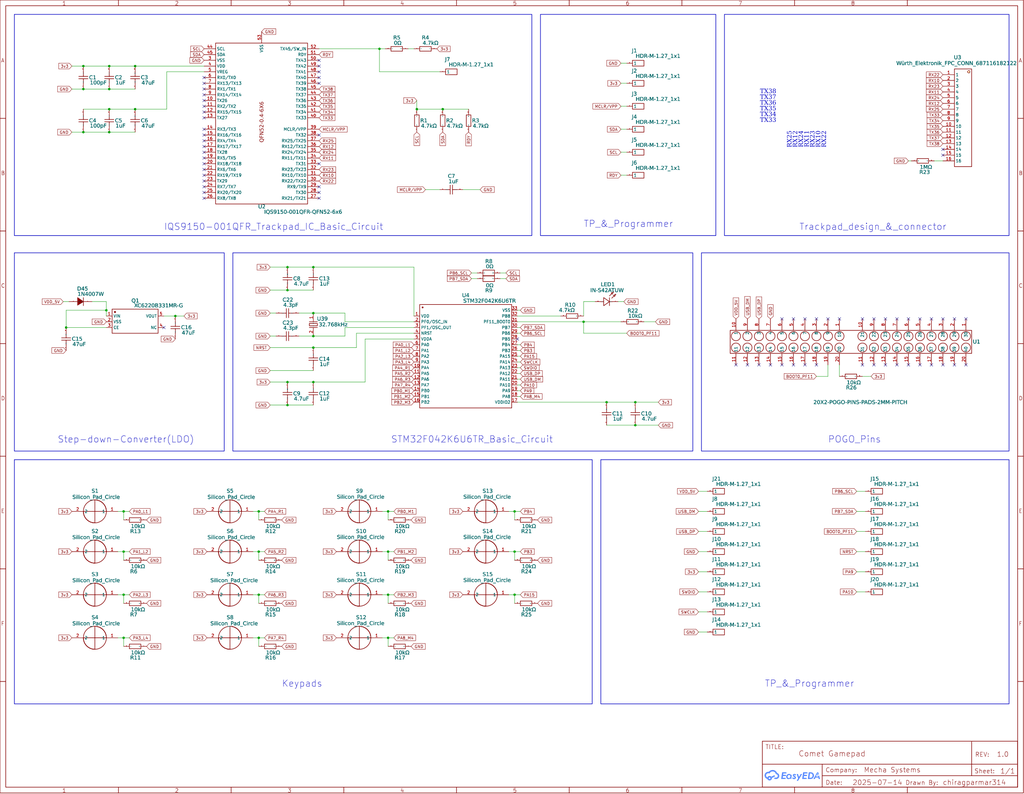
<source format=kicad_sch>
(kicad_sch (version 20250114) (generator "eeschema") (generator_version "9.0")
  (paper "User" 452.374 350.901)
  (lib_symbols
    (symbol "1N4007W"
      (property "Reference" "D45" (at -1.4986 6.5405 0))
      (property "Value" "1N4007W" (at -1.4986 4.2291 0))
      (symbol "1N4007W_0_0"
        (pin unspecified line (at -5.08 0 0) (length 3.81) (name "A") (number "2"))
        (pin unspecified line (at 5.08 0 180) (length 3.81) (name "K") (number "1"))
      )
    )
    (symbol "20X2-POGO-PINS-PADS-2MM-PITCH"
      (property "Reference" "U1" (at 53.848 0.8763 0))
      (property "Value" "20X2-POGO-PINS-PADS-2MM-PITCH" (at -20.3708 -25.8191 0))
      (symbol "20X2-POGO-PINS-PADS-2MM-PITCH_0_0"
        (pin unspecified line (at -50.8 10.16 270) (length 5.08) (name "1") (number "10"))
        (pin unspecified line (at -50.8 -10.16 90) (length 5.08) (name "11") (number "11"))
        (pin unspecified line (at -45.72 10.16 270) (length 5.08) (name "2") (number "9"))
        (pin unspecified line (at -45.72 -10.16 90) (length 5.08) (name "12") (number "12"))
        (pin unspecified line (at -40.64 10.16 270) (length 5.08) (name "3") (number "8"))
        (pin unspecified line (at -40.64 -10.16 90) (length 5.08) (name "13") (number "13"))
        (pin unspecified line (at -35.56 10.16 270) (length 5.08) (name "4") (number "7"))
        (pin unspecified line (at -35.56 -10.16 90) (length 5.08) (name "14") (number "14"))
        (pin unspecified line (at -30.48 10.16 270) (length 5.08) (name "5") (number "6"))
        (pin unspecified line (at -30.48 -10.16 90) (length 5.08) (name "15") (number "15"))
        (pin unspecified line (at -25.4 10.16 270) (length 5.08) (name "6") (number "5"))
        (pin unspecified line (at -25.4 -10.16 90) (length 5.08) (name "16") (number "16"))
        (pin unspecified line (at -20.32 10.16 270) (length 5.08) (name "7") (number "4"))
        (pin unspecified line (at -20.32 -10.16 90) (length 5.08) (name "17") (number "17"))
        (pin unspecified line (at -15.24 10.16 270) (length 5.08) (name "8") (number "3"))
        (pin unspecified line (at -15.24 -10.16 90) (length 5.08) (name "18") (number "18"))
        (pin unspecified line (at -10.16 10.16 270) (length 5.08) (name "9") (number "2"))
        (pin unspecified line (at -10.16 -10.16 90) (length 5.08) (name "19") (number "19"))
        (pin unspecified line (at -5.08 10.16 270) (length 5.08) (name "10") (number "1"))
        (pin unspecified line (at -5.08 -10.16 90) (length 5.08) (name "20") (number "20"))
        (pin unspecified line (at 5.08 10.16 270) (length 5.08) (name "21") (number "10"))
        (pin unspecified line (at 5.08 -10.16 90) (length 5.08) (name "31") (number "11"))
        (pin unspecified line (at 10.16 10.16 270) (length 5.08) (name "22") (number "9"))
        (pin unspecified line (at 10.16 -10.16 90) (length 5.08) (name "32") (number "12"))
        (pin unspecified line (at 15.24 10.16 270) (length 5.08) (name "23") (number "8"))
        (pin unspecified line (at 15.24 -10.16 90) (length 5.08) (name "33") (number "13"))
        (pin unspecified line (at 20.32 10.16 270) (length 5.08) (name "24") (number "7"))
        (pin unspecified line (at 20.32 -10.16 90) (length 5.08) (name "34") (number "14"))
        (pin unspecified line (at 25.4 10.16 270) (length 5.08) (name "25") (number "6"))
        (pin unspecified line (at 25.4 -10.16 90) (length 5.08) (name "35") (number "15"))
        (pin unspecified line (at 30.48 10.16 270) (length 5.08) (name "26") (number "5"))
        (pin unspecified line (at 30.48 -10.16 90) (length 5.08) (name "36") (number "16"))
        (pin unspecified line (at 35.56 10.16 270) (length 5.08) (name "27") (number "4"))
        (pin unspecified line (at 35.56 -10.16 90) (length 5.08) (name "37") (number "17"))
        (pin unspecified line (at 40.64 10.16 270) (length 5.08) (name "28") (number "3"))
        (pin unspecified line (at 40.64 -10.16 90) (length 5.08) (name "38") (number "18"))
        (pin unspecified line (at 45.72 10.16 270) (length 5.08) (name "29") (number "2"))
        (pin unspecified line (at 45.72 -10.16 90) (length 5.08) (name "39") (number "19"))
        (pin unspecified line (at 50.8 10.16 270) (length 5.08) (name "30") (number "1"))
        (pin unspecified line (at 50.8 -10.16 90) (length 5.08) (name "40") (number "20"))
      )
    )
    (symbol "CR0402JF0472G"
      (property "Reference" "R22" (at -2.159 5.7023 0))
      (property "Value" "10kΩ" (at -2.159 3.4671 0))
      (symbol "CR0402JF0472G_0_0"
        (pin input line (at -5.08 0 0) (length 2.54) (name "1") (number "1"))
        (pin input line (at 5.08 0 180) (length 2.54) (name "2") (number "2"))
      )
    )
    (symbol "CR0402JF0472G_1"
      (property "Reference" "R4" (at -1.5748 5.7785 0))
      (property "Value" "4.7kΩ" (at -1.5748 3.4671 0))
      (symbol "CR0402JF0472G_1_0_0"
        (pin input line (at -5.08 0 0) (length 2.54) (name "2") (number "2"))
        (pin input line (at 5.08 0 180) (length 2.54) (name "1") (number "1"))
      )
    )
    (symbol "CR0402JF0472G_10"
      (property "Reference" "R12" (at -2.159 -4.1529 0))
      (property "Value" "10kΩ" (at -2.159 -1.8669 0))
      (symbol "CR0402JF0472G_10_0_0"
        (pin input line (at -5.08 0 0) (length 2.54) (name "1") (number "1"))
        (pin input line (at 5.08 0 180) (length 2.54) (name "2") (number "2"))
      )
    )
    (symbol "CR0402JF0472G_11"
      (property "Reference" "R14" (at -2.159 -4.1529 0))
      (property "Value" "10kΩ" (at -2.159 -1.8669 0))
      (symbol "CR0402JF0472G_11_0_0"
        (pin input line (at -5.08 0 0) (length 2.54) (name "1") (number "1"))
        (pin input line (at 5.08 0 180) (length 2.54) (name "2") (number "2"))
      )
    )
    (symbol "CR0402JF0472G_12"
      (property "Reference" "R15" (at -2.159 -4.1529 0))
      (property "Value" "10kΩ" (at -2.159 -1.8669 0))
      (symbol "CR0402JF0472G_12_0_0"
        (pin input line (at -5.08 0 0) (length 2.54) (name "1") (number "1"))
        (pin input line (at 5.08 0 180) (length 2.54) (name "2") (number "2"))
      )
    )
    (symbol "CR0402JF0472G_13"
      (property "Reference" "R16" (at -2.159 -4.1529 0))
      (property "Value" "10kΩ" (at -2.159 -1.8669 0))
      (symbol "CR0402JF0472G_13_0_0"
        (pin input line (at -5.08 0 0) (length 2.54) (name "1") (number "1"))
        (pin input line (at 5.08 0 180) (length 2.54) (name "2") (number "2"))
      )
    )
    (symbol "CR0402JF0472G_14"
      (property "Reference" "R17" (at -2.159 -4.1529 0))
      (property "Value" "10kΩ" (at -2.159 -1.8669 0))
      (symbol "CR0402JF0472G_14_0_0"
        (pin input line (at -5.08 0 0) (length 2.54) (name "1") (number "1"))
        (pin input line (at 5.08 0 180) (length 2.54) (name "2") (number "2"))
      )
    )
    (symbol "CR0402JF0472G_15"
      (property "Reference" "R18" (at -2.159 -4.1529 0))
      (property "Value" "10kΩ" (at -2.159 -1.8669 0))
      (symbol "CR0402JF0472G_15_0_0"
        (pin input line (at -5.08 0 0) (length 2.54) (name "1") (number "1"))
        (pin input line (at 5.08 0 180) (length 2.54) (name "2") (number "2"))
      )
    )
    (symbol "CR0402JF0472G_16"
      (property "Reference" "R19" (at -2.159 -4.1529 0))
      (property "Value" "10kΩ" (at -2.159 -1.8669 0))
      (symbol "CR0402JF0472G_16_0_0"
        (pin input line (at -5.08 0 0) (length 2.54) (name "1") (number "1"))
        (pin input line (at 5.08 0 180) (length 2.54) (name "2") (number "2"))
      )
    )
    (symbol "CR0402JF0472G_17"
      (property "Reference" "R20" (at -2.159 -4.1529 0))
      (property "Value" "10kΩ" (at -2.159 -1.8669 0))
      (symbol "CR0402JF0472G_17_0_0"
        (pin input line (at -5.08 0 0) (length 2.54) (name "1") (number "1"))
        (pin input line (at 5.08 0 180) (length 2.54) (name "2") (number "2"))
      )
    )
    (symbol "CR0402JF0472G_18"
      (property "Reference" "R21" (at -2.159 -4.1529 0))
      (property "Value" "10kΩ" (at -2.159 -1.8669 0))
      (symbol "CR0402JF0472G_18_0_0"
        (pin input line (at -5.08 0 0) (length 2.54) (name "1") (number "1"))
        (pin input line (at 5.08 0 180) (length 2.54) (name "2") (number "2"))
      )
    )
    (symbol "CR0402JF0472G_19"
      (property "Reference" "R24" (at -2.159 -4.1529 0))
      (property "Value" "10kΩ" (at -2.159 -1.8669 0))
      (symbol "CR0402JF0472G_19_0_0"
        (pin input line (at -5.08 0 0) (length 2.54) (name "1") (number "1"))
        (pin input line (at 5.08 0 180) (length 2.54) (name "2") (number "2"))
      )
    )
    (symbol "CR0402JF0472G_2"
      (property "Reference" "R3" (at 1.524 0.8763 0))
      (property "Value" "4.7kΩ" (at 1.524 -1.4351 0))
      (symbol "CR0402JF0472G_2_0_0"
        (pin input line (at 0 5.08 270) (length 2.54) (name "2") (number "2"))
        (pin input line (at 0 -5.08 90) (length 2.54) (name "1") (number "1"))
      )
    )
    (symbol "CR0402JF0472G_20"
      (property "Reference" "R25" (at -2.159 -4.1529 0))
      (property "Value" "10kΩ" (at -2.159 -1.8669 0))
      (symbol "CR0402JF0472G_20_0_0"
        (pin input line (at -5.08 0 0) (length 2.54) (name "1") (number "1"))
        (pin input line (at 5.08 0 180) (length 2.54) (name "2") (number "2"))
      )
    )
    (symbol "CR0402JF0472G_21"
      (property "Reference" "R26" (at -2.159 -4.1529 0))
      (property "Value" "10kΩ" (at -2.159 -1.8669 0))
      (symbol "CR0402JF0472G_21_0_0"
        (pin input line (at -5.08 0 0) (length 2.54) (name "1") (number "1"))
        (pin input line (at 5.08 0 180) (length 2.54) (name "2") (number "2"))
      )
    )
    (symbol "CR0402JF0472G_3"
      (property "Reference" "R2" (at 1.524 0.8763 0))
      (property "Value" "4.7kΩ" (at 1.524 -1.4351 0))
      (symbol "CR0402JF0472G_3_0_0"
        (pin input line (at 0 5.08 270) (length 2.54) (name "2") (number "2"))
        (pin input line (at 0 -5.08 90) (length 2.54) (name "1") (number "1"))
      )
    )
    (symbol "CR0402JF0472G_4"
      (property "Reference" "R1" (at 1.524 0.8763 0))
      (property "Value" "4.7kΩ" (at 1.524 -1.4351 0))
      (symbol "CR0402JF0472G_4_0_0"
        (pin input line (at 0 5.08 270) (length 2.54) (name "2") (number "2"))
        (pin input line (at 0 -5.08 90) (length 2.54) (name "1") (number "1"))
      )
    )
    (symbol "CR0402JF0472G_5"
      (property "Reference" "R10" (at 1.4986 5.7531 0))
      (property "Value" "4.7kΩ" (at 1.4986 3.4671 0))
      (symbol "CR0402JF0472G_5_0_0"
        (pin input line (at -5.08 0 0) (length 2.54) (name "1") (number "1"))
        (pin input line (at 5.08 0 180) (length 2.54) (name "2") (number "2"))
      )
    )
    (symbol "CR0402JF0472G_6"
      (property "Reference" "R13" (at -2.159 -4.1529 0))
      (property "Value" "10kΩ" (at -2.159 -1.8669 0))
      (symbol "CR0402JF0472G_6_0_0"
        (pin input line (at -5.08 0 0) (length 2.54) (name "1") (number "1"))
        (pin input line (at 5.08 0 180) (length 2.54) (name "2") (number "2"))
      )
    )
    (symbol "CR0402JF0472G_7"
      (property "Reference" "R6" (at -2.159 -4.1529 0))
      (property "Value" "10kΩ" (at -2.159 -1.8669 0))
      (symbol "CR0402JF0472G_7_0_0"
        (pin input line (at -5.08 0 0) (length 2.54) (name "1") (number "1"))
        (pin input line (at 5.08 0 180) (length 2.54) (name "2") (number "2"))
      )
    )
    (symbol "CR0402JF0472G_8"
      (property "Reference" "R7" (at -2.159 -4.1529 0))
      (property "Value" "10kΩ" (at -2.159 -1.8669 0))
      (symbol "CR0402JF0472G_8_0_0"
        (pin input line (at -5.08 0 0) (length 2.54) (name "1") (number "1"))
        (pin input line (at 5.08 0 180) (length 2.54) (name "2") (number "2"))
      )
    )
    (symbol "CR0402JF0472G_9"
      (property "Reference" "R11" (at -2.159 -4.1529 0))
      (property "Value" "10kΩ" (at -2.159 -1.8669 0))
      (symbol "CR0402JF0472G_9_0_0"
        (pin input line (at -5.08 0 0) (length 2.54) (name "1") (number "1"))
        (pin input line (at 5.08 0 180) (length 2.54) (name "2") (number "2"))
      )
    )
    (symbol "C_0402_US"
      (property "Reference" "C14" (at 2.54 0.8509 0))
      (property "Value" "1uF" (at 2.54 -1.3843 0))
      (symbol "C_0402_US_0_0"
        (pin unspecified line (at 0 5.08 270) (length 2.54) (name "2") (number "2"))
        (pin unspecified line (at 0 -5.08 90) (length 2.54) (name "1") (number "1"))
      )
    )
    (symbol "C_0402_US_1"
      (property "Reference" "C13" (at 2.54 0.8509 0))
      (property "Value" "1uF" (at 2.54 -1.3843 0))
      (symbol "C_0402_US_1_0_0"
        (pin unspecified line (at 0 5.08 270) (length 2.54) (name "2") (number "2"))
        (pin unspecified line (at 0 -5.08 90) (length 2.54) (name "1") (number "1"))
      )
    )
    (symbol "C_0402_US_10"
      (property "Reference" "C9" (at 2.54 0.8509 0))
      (property "Value" "4.7uF" (at 2.54 -1.3843 0))
      (symbol "C_0402_US_10_0_0"
        (pin unspecified line (at 0 5.08 270) (length 2.54) (name "2") (number "2"))
        (pin unspecified line (at 0 -5.08 90) (length 2.54) (name "1") (number "1"))
      )
    )
    (symbol "C_0402_US_11"
      (property "Reference" "C10" (at 2.54 0.8509 0))
      (property "Value" "4.7uF" (at 2.54 -1.3843 0))
      (symbol "C_0402_US_11_0_0"
        (pin unspecified line (at 0 5.08 270) (length 2.54) (name "2") (number "2"))
        (pin unspecified line (at 0 -5.08 90) (length 2.54) (name "1") (number "1"))
      )
    )
    (symbol "C_0402_US_2"
      (property "Reference" "C12" (at 2.54 0.8509 0))
      (property "Value" "1uF" (at 2.54 -1.3843 0))
      (symbol "C_0402_US_2_0_0"
        (pin unspecified line (at 0 5.08 270) (length 2.54) (name "2") (number "2"))
        (pin unspecified line (at 0 -5.08 90) (length 2.54) (name "1") (number "1"))
      )
    )
    (symbol "C_0402_US_3"
      (property "Reference" "C11" (at 2.54 0.8509 0))
      (property "Value" "1uF" (at 2.54 -1.3843 0))
      (symbol "C_0402_US_3_0_0"
        (pin unspecified line (at 0 5.08 270) (length 2.54) (name "2") (number "2"))
        (pin unspecified line (at 0 -5.08 90) (length 2.54) (name "1") (number "1"))
      )
    )
    (symbol "C_0402_US_4"
      (property "Reference" "C7" (at -1.4986 6.7945 0))
      (property "Value" "1uF" (at -1.4986 4.4831 0))
      (symbol "C_0402_US_4_0_0"
        (pin unspecified line (at -5.08 0 0) (length 2.54) (name "2") (number "2"))
        (pin unspecified line (at 5.08 0 180) (length 2.54) (name "1") (number "1"))
      )
    )
    (symbol "C_0402_US_5"
      (property "Reference" "C5" (at 2.54 0.8509 0))
      (property "Value" "1uF" (at 2.54 -1.3843 0))
      (symbol "C_0402_US_5_0_0"
        (pin unspecified line (at 0 5.08 270) (length 2.54) (name "2") (number "2"))
        (pin unspecified line (at 0 -5.08 90) (length 2.54) (name "1") (number "1"))
      )
    )
    (symbol "C_0402_US_6"
      (property "Reference" "C4" (at 2.54 0.8509 0))
      (property "Value" "100pF" (at 2.54 -1.3843 0))
      (symbol "C_0402_US_6_0_0"
        (pin unspecified line (at 0 5.08 270) (length 2.54) (name "2") (number "2"))
        (pin unspecified line (at 0 -5.08 90) (length 2.54) (name "1") (number "1"))
      )
    )
    (symbol "C_0402_US_7"
      (property "Reference" "C2" (at 2.54 0.8509 0))
      (property "Value" "1uF" (at 2.54 -1.3843 0))
      (symbol "C_0402_US_7_0_0"
        (pin unspecified line (at 0 5.08 270) (length 2.54) (name "2") (number "2"))
        (pin unspecified line (at 0 -5.08 90) (length 2.54) (name "1") (number "1"))
      )
    )
    (symbol "C_0402_US_8"
      (property "Reference" "C1" (at 2.54 0.8509 0))
      (property "Value" "100pF" (at 2.54 -1.3843 0))
      (symbol "C_0402_US_8_0_0"
        (pin unspecified line (at 0 5.08 270) (length 2.54) (name "2") (number "2"))
        (pin unspecified line (at 0 -5.08 90) (length 2.54) (name "1") (number "1"))
      )
    )
    (symbol "C_0402_US_9"
      (property "Reference" "C8" (at 2.54 0.8509 0))
      (property "Value" "4.7uF" (at 2.54 -1.3843 0))
      (symbol "C_0402_US_9_0_0"
        (pin unspecified line (at 0 5.08 270) (length 2.54) (name "2") (number "2"))
        (pin unspecified line (at 0 -5.08 90) (length 2.54) (name "1") (number "1"))
      )
    )
    (symbol "C_0603_US"
      (property "Reference" "C16" (at 2.54 0.8763 0))
      (property "Value" "47uF" (at 2.54 -1.4351 0))
      (symbol "C_0603_US_0_0"
        (pin unspecified line (at 0 5.08 270) (length 2.54) (name "2") (number "2"))
        (pin unspecified line (at 0 -5.08 90) (length 2.54) (name "1") (number "1"))
      )
    )
    (symbol "C_0603_US_1"
      (property "Reference" "C15" (at 2.54 0.8763 0))
      (property "Value" "47uF" (at 2.54 -1.4351 0))
      (symbol "C_0603_US_1_0_0"
        (pin unspecified line (at 0 5.08 270) (length 2.54) (name "2") (number "2"))
        (pin unspecified line (at 0 -5.08 90) (length 2.54) (name "1") (number "1"))
      )
    )
    (symbol "C_0603_US_2"
      (property "Reference" "C6" (at 2.54 0.8763 0))
      (property "Value" "47uF" (at 2.54 -1.4351 0))
      (symbol "C_0603_US_2_0_0"
        (pin unspecified line (at 0 5.08 270) (length 2.54) (name "2") (number "2"))
        (pin unspecified line (at 0 -5.08 90) (length 2.54) (name "1") (number "1"))
      )
    )
    (symbol "C_0603_US_3"
      (property "Reference" "C3" (at 2.54 0.8763 0))
      (property "Value" "47uF" (at 2.54 -1.4351 0))
      (symbol "C_0603_US_3_0_0"
        (pin unspecified line (at 0 5.08 270) (length 2.54) (name "2") (number "2"))
        (pin unspecified line (at 0 -5.08 90) (length 2.54) (name "1") (number "1"))
      )
    )
    (symbol "GJM1555C1H4R3CB01D"
      (property "Reference" "C23" (at -2.159 6.7183 0))
      (property "Value" "4.3pF" (at -2.159 4.4831 0))
      (symbol "GJM1555C1H4R3CB01D_0_0"
        (pin unspecified line (at -5.08 0 0) (length 2.54) (name "1") (number "1"))
        (pin unspecified line (at 5.08 0 180) (length 2.54) (name "2") (number "2"))
      )
    )
    (symbol "GJM1555C1H4R3CB01D_1"
      (property "Reference" "C22" (at -2.159 6.7183 0))
      (property "Value" "4.3pF" (at -2.159 4.4831 0))
      (symbol "GJM1555C1H4R3CB01D_1_0_0"
        (pin unspecified line (at -5.08 0 0) (length 2.54) (name "1") (number "1"))
        (pin unspecified line (at 5.08 0 180) (length 2.54) (name "2") (number "2"))
      )
    )
    (symbol "HDR-M-1.27_1x1"
      (property "Reference" "J7" (at -2.7686 6.3373 0))
      (property "Value" "HDR-M-1.27_1x1" (at -2.7686 4.0513 0))
      (symbol "HDR-M-1.27_1x1_0_0"
        (pin input line (at -5.08 0 0) (length 2.54) (name "1") (number "1"))
      )
    )
    (symbol "HDR-M-1.27_1x1_1"
      (property "Reference" "J20" (at -2.7686 6.3373 0))
      (property "Value" "HDR-M-1.27_1x1" (at -2.7686 4.0513 0))
      (symbol "HDR-M-1.27_1x1_1_0_0"
        (pin input line (at -5.08 0 0) (length 2.54) (name "1") (number "1"))
      )
    )
    (symbol "HDR-M-1.27_1x1_10"
      (property "Reference" "J11" (at -2.7686 6.3373 0))
      (property "Value" "HDR-M-1.27_1x1" (at -2.7686 4.0513 0))
      (symbol "HDR-M-1.27_1x1_10_0_0"
        (pin input line (at -5.08 0 0) (length 2.54) (name "1") (number "1"))
      )
    )
    (symbol "HDR-M-1.27_1x1_11"
      (property "Reference" "J10" (at -2.7686 6.3373 0))
      (property "Value" "HDR-M-1.27_1x1" (at -2.7686 4.0513 0))
      (symbol "HDR-M-1.27_1x1_11_0_0"
        (pin input line (at -5.08 0 0) (length 2.54) (name "1") (number "1"))
      )
    )
    (symbol "HDR-M-1.27_1x1_12"
      (property "Reference" "J9" (at -2.7686 6.3373 0))
      (property "Value" "HDR-M-1.27_1x1" (at -2.7686 4.0513 0))
      (symbol "HDR-M-1.27_1x1_12_0_0"
        (pin input line (at -5.08 0 0) (length 2.54) (name "1") (number "1"))
      )
    )
    (symbol "HDR-M-1.27_1x1_13"
      (property "Reference" "J8" (at -2.7686 6.3373 0))
      (property "Value" "HDR-M-1.27_1x1" (at -2.7686 4.0513 0))
      (symbol "HDR-M-1.27_1x1_13_0_0"
        (pin input line (at -5.08 0 0) (length 2.54) (name "1") (number "1"))
      )
    )
    (symbol "HDR-M-1.27_1x1_14"
      (property "Reference" "J21" (at -2.7686 6.3373 0))
      (property "Value" "HDR-M-1.27_1x1" (at -2.7686 4.0513 0))
      (symbol "HDR-M-1.27_1x1_14_0_0"
        (pin input line (at -5.08 0 0) (length 2.54) (name "1") (number "1"))
      )
    )
    (symbol "HDR-M-1.27_1x1_15"
      (property "Reference" "J6" (at -2.7686 6.3373 0))
      (property "Value" "HDR-M-1.27_1x1" (at -2.7686 4.0513 0))
      (symbol "HDR-M-1.27_1x1_15_0_0"
        (pin input line (at -5.08 0 0) (length 2.54) (name "1") (number "1"))
      )
    )
    (symbol "HDR-M-1.27_1x1_16"
      (property "Reference" "J5" (at -2.7686 6.3373 0))
      (property "Value" "HDR-M-1.27_1x1" (at -2.7686 4.0513 0))
      (symbol "HDR-M-1.27_1x1_16_0_0"
        (pin input line (at -5.08 0 0) (length 2.54) (name "1") (number "1"))
      )
    )
    (symbol "HDR-M-1.27_1x1_17"
      (property "Reference" "J4" (at -2.7686 6.3373 0))
      (property "Value" "HDR-M-1.27_1x1" (at -2.7686 4.0513 0))
      (symbol "HDR-M-1.27_1x1_17_0_0"
        (pin input line (at -5.08 0 0) (length 2.54) (name "1") (number "1"))
      )
    )
    (symbol "HDR-M-1.27_1x1_18"
      (property "Reference" "J3" (at -2.7686 6.3373 0))
      (property "Value" "HDR-M-1.27_1x1" (at -2.7686 4.0513 0))
      (symbol "HDR-M-1.27_1x1_18_0_0"
        (pin input line (at -5.08 0 0) (length 2.54) (name "1") (number "1"))
      )
    )
    (symbol "HDR-M-1.27_1x1_19"
      (property "Reference" "J2" (at -2.7686 6.3373 0))
      (property "Value" "HDR-M-1.27_1x1" (at -2.7686 4.0513 0))
      (symbol "HDR-M-1.27_1x1_19_0_0"
        (pin input line (at -5.08 0 0) (length 2.54) (name "1") (number "1"))
      )
    )
    (symbol "HDR-M-1.27_1x1_2"
      (property "Reference" "J19" (at -2.7686 6.3373 0))
      (property "Value" "HDR-M-1.27_1x1" (at -2.7686 4.0513 0))
      (symbol "HDR-M-1.27_1x1_2_0_0"
        (pin input line (at -5.08 0 0) (length 2.54) (name "1") (number "1"))
      )
    )
    (symbol "HDR-M-1.27_1x1_20"
      (property "Reference" "J1" (at -2.7686 6.3373 0))
      (property "Value" "HDR-M-1.27_1x1" (at -2.7686 4.0513 0))
      (symbol "HDR-M-1.27_1x1_20_0_0"
        (pin input line (at -5.08 0 0) (length 2.54) (name "1") (number "1"))
      )
    )
    (symbol "HDR-M-1.27_1x1_3"
      (property "Reference" "J18" (at -2.7686 6.3373 0))
      (property "Value" "HDR-M-1.27_1x1" (at -2.7686 4.0513 0))
      (symbol "HDR-M-1.27_1x1_3_0_0"
        (pin input line (at -5.08 0 0) (length 2.54) (name "1") (number "1"))
      )
    )
    (symbol "HDR-M-1.27_1x1_4"
      (property "Reference" "J17" (at -2.7686 6.3373 0))
      (property "Value" "HDR-M-1.27_1x1" (at -2.7686 4.0513 0))
      (symbol "HDR-M-1.27_1x1_4_0_0"
        (pin input line (at -5.08 0 0) (length 2.54) (name "1") (number "1"))
      )
    )
    (symbol "HDR-M-1.27_1x1_5"
      (property "Reference" "J16" (at -2.7686 6.3373 0))
      (property "Value" "HDR-M-1.27_1x1" (at -2.7686 4.0513 0))
      (symbol "HDR-M-1.27_1x1_5_0_0"
        (pin input line (at -5.08 0 0) (length 2.54) (name "1") (number "1"))
      )
    )
    (symbol "HDR-M-1.27_1x1_6"
      (property "Reference" "J15" (at -2.7686 6.3373 0))
      (property "Value" "HDR-M-1.27_1x1" (at -2.7686 4.0513 0))
      (symbol "HDR-M-1.27_1x1_6_0_0"
        (pin input line (at -5.08 0 0) (length 2.54) (name "1") (number "1"))
      )
    )
    (symbol "HDR-M-1.27_1x1_7"
      (property "Reference" "J14" (at -2.7686 6.3373 0))
      (property "Value" "HDR-M-1.27_1x1" (at -2.7686 4.0513 0))
      (symbol "HDR-M-1.27_1x1_7_0_0"
        (pin input line (at -5.08 0 0) (length 2.54) (name "1") (number "1"))
      )
    )
    (symbol "HDR-M-1.27_1x1_8"
      (property "Reference" "J13" (at -2.7686 6.3373 0))
      (property "Value" "HDR-M-1.27_1x1" (at -2.7686 4.0513 0))
      (symbol "HDR-M-1.27_1x1_8_0_0"
        (pin input line (at -5.08 0 0) (length 2.54) (name "1") (number "1"))
      )
    )
    (symbol "HDR-M-1.27_1x1_9"
      (property "Reference" "J12" (at -2.7686 6.3373 0))
      (property "Value" "HDR-M-1.27_1x1" (at -2.7686 4.0513 0))
      (symbol "HDR-M-1.27_1x1_9_0_0"
        (pin input line (at -5.08 0 0) (length 2.54) (name "1") (number "1"))
      )
    )
    (symbol "IN-S42ATUW"
      (property "Reference" "LED1" (at 3.6068 8.4455 0))
      (property "Value" "IN-S42ATUW" (at 8.3312 5.9055 0))
      (symbol "IN-S42ATUW_0_0"
        (pin unspecified line (at -5.08 0 0) (length 2.54) (name "A") (number "2"))
        (pin unspecified line (at 5.08 0 180) (length 2.54) (name "K") (number "1"))
      )
    )
    (symbol "IQS9150-001QFR-QFN52-6x6"
      (property "Reference" "U2" (at -1.4986 -35.9029 0))
      (property "Value" "IQS9150-001QFR-QFN52-6x6" (at -1.4986 -38.1889 0))
      (symbol "IQS9150-001QFR-QFN52-6x6_0_0"
        (text "QFN52-0.4-6X6" (at -0.8763 -8.3566 900) (effects (font (size 1.6891 1.6891)) (justify left top)))
        (pin unspecified line (at -25.4 33.02 0) (length 5.08) (name "SCL") (number "44"))
        (pin unspecified line (at -25.4 30.48 0) (length 5.08) (name "SDA") (number "45"))
        (pin unspecified line (at -25.4 27.94 0) (length 5.08) (name "VSS") (number "3"))
        (pin unspecified line (at -25.4 25.4 0) (length 5.08) (name "VDD") (number "4"))
        (pin unspecified line (at -25.4 22.86 0) (length 5.08) (name "VREG") (number "5"))
        (pin unspecified line (at -25.4 20.32 0) (length 5.08) (name "RX0/TX0") (number "6"))
        (pin unspecified line (at -25.4 17.78 0) (length 5.08) (name "RX13/TX13") (number "7"))
        (pin unspecified line (at -25.4 15.24 0) (length 5.08) (name "RX1/TX1") (number "8"))
        (pin unspecified line (at -25.4 12.7 0) (length 5.08) (name "RX14/TX14") (number "9"))
        (pin unspecified line (at -25.4 10.16 0) (length 5.08) (name "TX26") (number "10"))
        (pin unspecified line (at -25.4 7.62 0) (length 5.08) (name "RX2/TX2") (number "11"))
        (pin unspecified line (at -25.4 5.08 0) (length 5.08) (name "RX15/TX15") (number "12"))
        (pin unspecified line (at -25.4 2.54 0) (length 5.08) (name "TX27") (number "13"))
        (pin unspecified line (at -25.4 -2.54 0) (length 5.08) (name "RX3/TX3") (number "14"))
        (pin unspecified line (at -25.4 -5.08 0) (length 5.08) (name "RX16/TX16") (number "15"))
        (pin unspecified line (at -25.4 -7.62 0) (length 5.08) (name "RX4/TX4") (number "16"))
        (pin unspecified line (at -25.4 -10.16 0) (length 5.08) (name "RX17/TX17") (number "17"))
        (pin unspecified line (at -25.4 -12.7 0) (length 5.08) (name "TX28") (number "18"))
        (pin unspecified line (at -25.4 -15.24 0) (length 5.08) (name "RX5/TX5") (number "19"))
        (pin unspecified line (at -25.4 -17.78 0) (length 5.08) (name "RX18/TX18") (number "20"))
        (pin unspecified line (at -25.4 -20.32 0) (length 5.08) (name "RX6/TX6") (number "21"))
        (pin unspecified line (at -25.4 -22.86 0) (length 5.08) (name "RX19/TX19") (number "22"))
        (pin unspecified line (at -25.4 -25.4 0) (length 5.08) (name "TX29") (number "23"))
        (pin unspecified line (at -25.4 -27.94 0) (length 5.08) (name "RX7/TX7") (number "24"))
        (pin unspecified line (at -25.4 -30.48 0) (length 5.08) (name "RX20/TX20") (number "25"))
        (pin unspecified line (at -25.4 -33.02 0) (length 5.08) (name "RX8/TX8") (number "26"))
        (pin unspecified line (at 0 40.64 270) (length 5.08) (name "VSS") (number "53"))
        (pin unspecified line (at 25.4 33.02 180) (length 5.08) (name "TX45/SW_IN") (number "52"))
        (pin unspecified line (at 25.4 30.48 180) (length 5.08) (name "RDY") (number "51"))
        (pin unspecified line (at 25.4 27.94 180) (length 5.08) (name "TX43") (number "50"))
        (pin unspecified line (at 25.4 25.4 180) (length 5.08) (name "TX42") (number "49"))
        (pin unspecified line (at 25.4 22.86 180) (length 5.08) (name "TX41") (number "48"))
        (pin unspecified line (at 25.4 20.32 180) (length 5.08) (name "TX40") (number "47"))
        (pin unspecified line (at 25.4 17.78 180) (length 5.08) (name "TX39") (number "46"))
        (pin unspecified line (at 25.4 15.24 180) (length 5.08) (name "TX38") (number "45"))
        (pin unspecified line (at 25.4 12.7 180) (length 5.08) (name "TX37") (number "44"))
        (pin unspecified line (at 25.4 10.16 180) (length 5.08) (name "TX36") (number "43"))
        (pin unspecified line (at 25.4 7.62 180) (length 5.08) (name "TX35") (number "42"))
        (pin unspecified line (at 25.4 5.08 180) (length 5.08) (name "TX34") (number "41"))
        (pin unspecified line (at 25.4 2.54 180) (length 5.08) (name "TX33") (number "40"))
        (pin unspecified line (at 25.4 -2.54 180) (length 5.08) (name "MCLR/VPP") (number "39"))
        (pin unspecified line (at 25.4 -5.08 180) (length 5.08) (name "TX32") (number "38"))
        (pin unspecified line (at 25.4 -7.62 180) (length 5.08) (name "RX25/TX25") (number "37"))
        (pin unspecified line (at 25.4 -10.16 180) (length 5.08) (name "RX12/TX12") (number "36"))
        (pin unspecified line (at 25.4 -12.7 180) (length 5.08) (name "RX24/TX24") (number "35"))
        (pin unspecified line (at 25.4 -15.24 180) (length 5.08) (name "RX11/TX11") (number "34"))
        (pin unspecified line (at 25.4 -17.78 180) (length 5.08) (name "TX31") (number "33"))
        (pin unspecified line (at 25.4 -20.32 180) (length 5.08) (name "RX23/TX23") (number "32"))
        (pin unspecified line (at 25.4 -22.86 180) (length 5.08) (name "RX10/TX10") (number "31"))
        (pin unspecified line (at 25.4 -25.4 180) (length 5.08) (name "RX22/TX22") (number "30"))
        (pin unspecified line (at 25.4 -27.94 180) (length 5.08) (name "RX9/TX9") (number "29"))
        (pin unspecified line (at 25.4 -30.48 180) (length 5.08) (name "TX30") (number "28"))
        (pin unspecified line (at 25.4 -33.02 180) (length 5.08) (name "RX21/TX21") (number "27"))
      )
    )
    (symbol "MR04X1004FTL"
      (property "Reference" "R23" (at -1.4986 -4.1529 0))
      (property "Value" "1MΩ" (at -1.4986 -1.8669 0))
      (symbol "MR04X1004FTL_0_0"
        (pin unspecified line (at -5.08 0 0) (length 2.54) (name "1") (number "1"))
        (pin unspecified line (at 5.08 0 180) (length 2.54) (name "2") (number "2"))
      )
    )
    (symbol "NX3215SA-32.768K-EXS00A-MU00003"
      (property "Reference" "U39" (at 1.6256 3.4163 0))
      (property "Value" "32.768kHz" (at 1.9304 0.9017 0))
      (symbol "NX3215SA-32.768K-EXS00A-MU00003_0_0"
        (pin input line (at 0 5.08 270) (length 3.81) (name "1") (number "1"))
        (pin input line (at 0 -5.08 90) (length 3.81) (name "GND") (number "2"))
      )
    )
    (symbol "QR0402J0RQ10"
      (property "Reference" "R5" (at -1.4986 5.7785 0))
      (property "Value" "0Ω" (at -1.4986 3.4671 0))
      (symbol "QR0402J0RQ10_0_0"
        (pin input line (at -5.08 0 0) (length 2.54) (name "1") (number "1"))
        (pin input line (at 5.08 0 180) (length 2.54) (name "2") (number "2"))
      )
    )
    (symbol "R_0603_EU"
      (property "Reference" "R9" (at -1.4986 -4.3561 0))
      (property "Value" "0Ω" (at -1.4986 -2.1209 0))
      (symbol "R_0603_EU_0_0"
        (pin unspecified line (at -5.08 0 0) (length 2.54) (name "1") (number "1"))
        (pin unspecified line (at 5.08 0 180) (length 2.54) (name "2") (number "2"))
      )
    )
    (symbol "R_0603_EU_1"
      (property "Reference" "R8" (at -1.4986 5.9563 0))
      (property "Value" "0Ω" (at -1.4986 3.7211 0))
      (symbol "R_0603_EU_1_0_0"
        (pin unspecified line (at -5.08 0 0) (length 2.54) (name "1") (number "1"))
        (pin unspecified line (at 5.08 0 180) (length 2.54) (name "2") (number "2"))
      )
    )
    (symbol "STM32F042K6U6TR"
      (property "Reference" "U4" (at -1.6002 30.2895 0))
      (property "Value" "STM32F042K6U6TR" (at -1.6002 27.9019 0))
      (symbol "STM32F042K6U6TR_0_0"
        (pin unspecified line (at -22.86 20.32 0) (length 2.54) (name "VDD") (number "1"))
        (pin unspecified line (at -22.86 17.78 0) (length 2.54) (name "PF0/OSC_IN") (number "2"))
        (pin unspecified line (at -22.86 15.24 0) (length 2.54) (name "PF1/OSC_OUT") (number "3"))
        (pin unspecified line (at -22.86 12.7 0) (length 2.54) (name "NRST") (number "4"))
        (pin unspecified line (at -22.86 10.16 0) (length 2.54) (name "VDDA") (number "5"))
        (pin unspecified line (at -22.86 7.62 0) (length 2.54) (name "PA0") (number "6"))
        (pin unspecified line (at -22.86 5.08 0) (length 2.54) (name "PA1") (number "7"))
        (pin unspecified line (at -22.86 2.54 0) (length 2.54) (name "PA2") (number "8"))
        (pin unspecified line (at -22.86 0 0) (length 2.54) (name "PA3") (number "9"))
        (pin unspecified line (at -22.86 -2.54 0) (length 2.54) (name "PA4") (number "10"))
        (pin unspecified line (at -22.86 -5.08 0) (length 2.54) (name "PA5") (number "11"))
        (pin unspecified line (at -22.86 -7.62 0) (length 2.54) (name "PA6") (number "12"))
        (pin unspecified line (at -22.86 -10.16 0) (length 2.54) (name "PA7") (number "13"))
        (pin unspecified line (at -22.86 -12.7 0) (length 2.54) (name "PB0") (number "14"))
        (pin unspecified line (at -22.86 -15.24 0) (length 2.54) (name "PB1") (number "15"))
        (pin unspecified line (at -22.86 -17.78 0) (length 2.54) (name "PB2") (number "16"))
        (pin unspecified line (at 22.86 22.86 180) (length 2.54) (name "VSS") (number "33"))
        (pin unspecified line (at 22.86 20.32 180) (length 2.54) (name "PB8") (number "32"))
        (pin unspecified line (at 22.86 17.78 180) (length 2.54) (name "PF11_BOOT0") (number "31"))
        (pin unspecified line (at 22.86 15.24 180) (length 2.54) (name "PB7") (number "30"))
        (pin unspecified line (at 22.86 12.7 180) (length 2.54) (name "PB6") (number "29"))
        (pin unspecified line (at 22.86 10.16 180) (length 2.54) (name "PB5") (number "28"))
        (pin unspecified line (at 22.86 7.62 180) (length 2.54) (name "PB4") (number "27"))
        (pin unspecified line (at 22.86 5.08 180) (length 2.54) (name "PB3") (number "26"))
        (pin unspecified line (at 22.86 2.54 180) (length 2.54) (name "PA15") (number "25"))
        (pin unspecified line (at 22.86 0 180) (length 2.54) (name "PA14") (number "24"))
        (pin unspecified line (at 22.86 -2.54 180) (length 2.54) (name "PA13") (number "23"))
        (pin unspecified line (at 22.86 -5.08 180) (length 2.54) (name "PA12") (number "22"))
        (pin unspecified line (at 22.86 -7.62 180) (length 2.54) (name "PA11") (number "21"))
        (pin unspecified line (at 22.86 -10.16 180) (length 2.54) (name "PA10") (number "20"))
        (pin unspecified line (at 22.86 -12.7 180) (length 2.54) (name "PA9") (number "19"))
        (pin unspecified line (at 22.86 -15.24 180) (length 2.54) (name "PA8") (number "18"))
        (pin unspecified line (at 22.86 -17.78 180) (length 2.54) (name "VDDIO2") (number "17"))
      )
    )
    (symbol "Silicon_Pad_Circle"
      (property "Reference" "S1" (at -1.4478 9.8425 0))
      (property "Value" "Silicon_Pad_Circle" (at -11.2014 7.2009 0))
      (symbol "Silicon_Pad_Circle_0_0"
        (pin unspecified line (at -10.16 0 0) (length 5.08) (name "2") (number "2"))
        (pin unspecified line (at 10.16 0 180) (length 5.08) (name "1") (number "1"))
      )
    )
    (symbol "Silicon_Pad_Circle_1"
      (property "Reference" "S2" (at -1.4478 9.8425 0))
      (property "Value" "Silicon_Pad_Circle" (at -11.2014 7.2009 0))
      (symbol "Silicon_Pad_Circle_1_0_0"
        (pin unspecified line (at -10.16 0 0) (length 5.08) (name "2") (number "2"))
        (pin unspecified line (at 10.16 0 180) (length 5.08) (name "1") (number "1"))
      )
    )
    (symbol "Silicon_Pad_Circle_10"
      (property "Reference" "S11" (at -1.4478 9.8425 0))
      (property "Value" "Silicon_Pad_Circle" (at -11.2014 7.2771 0))
      (symbol "Silicon_Pad_Circle_10_0_0"
        (pin unspecified line (at -10.16 0 0) (length 5.08) (name "2") (number "2"))
        (pin unspecified line (at 10.16 0 180) (length 5.08) (name "1") (number "1"))
      )
    )
    (symbol "Silicon_Pad_Circle_11"
      (property "Reference" "S12" (at -1.4478 9.8425 0))
      (property "Value" "Silicon_Pad_Circle" (at -11.2014 7.2771 0))
      (symbol "Silicon_Pad_Circle_11_0_0"
        (pin unspecified line (at -10.16 0 0) (length 5.08) (name "2") (number "2"))
        (pin unspecified line (at 10.16 0 180) (length 5.08) (name "1") (number "1"))
      )
    )
    (symbol "Silicon_Pad_Circle_12"
      (property "Reference" "S13" (at -1.4478 9.8425 0))
      (property "Value" "Silicon_Pad_Circle" (at -11.2014 7.2771 0))
      (symbol "Silicon_Pad_Circle_12_0_0"
        (pin unspecified line (at -10.16 0 0) (length 5.08) (name "2") (number "2"))
        (pin unspecified line (at 10.16 0 180) (length 5.08) (name "1") (number "1"))
      )
    )
    (symbol "Silicon_Pad_Circle_13"
      (property "Reference" "S14" (at -1.4478 9.8425 0))
      (property "Value" "Silicon_Pad_Circle" (at -11.2014 7.2771 0))
      (symbol "Silicon_Pad_Circle_13_0_0"
        (pin unspecified line (at -10.16 0 0) (length 5.08) (name "2") (number "2"))
        (pin unspecified line (at 10.16 0 180) (length 5.08) (name "1") (number "1"))
      )
    )
    (symbol "Silicon_Pad_Circle_14"
      (property "Reference" "S15" (at -1.4478 9.8425 0))
      (property "Value" "Silicon_Pad_Circle" (at -11.2014 7.2771 0))
      (symbol "Silicon_Pad_Circle_14_0_0"
        (pin unspecified line (at -10.16 0 0) (length 5.08) (name "2") (number "2"))
        (pin unspecified line (at 10.16 0 180) (length 5.08) (name "1") (number "1"))
      )
    )
    (symbol "Silicon_Pad_Circle_2"
      (property "Reference" "S3" (at -1.4478 9.8425 0))
      (property "Value" "Silicon_Pad_Circle" (at -11.2014 7.2009 0))
      (symbol "Silicon_Pad_Circle_2_0_0"
        (pin unspecified line (at -10.16 0 0) (length 5.08) (name "2") (number "2"))
        (pin unspecified line (at 10.16 0 180) (length 5.08) (name "1") (number "1"))
      )
    )
    (symbol "Silicon_Pad_Circle_3"
      (property "Reference" "S4" (at -1.4478 9.8425 0))
      (property "Value" "Silicon_Pad_Circle" (at -11.2014 7.2009 0))
      (symbol "Silicon_Pad_Circle_3_0_0"
        (pin unspecified line (at -10.16 0 0) (length 5.08) (name "2") (number "2"))
        (pin unspecified line (at 10.16 0 180) (length 5.08) (name "1") (number "1"))
      )
    )
    (symbol "Silicon_Pad_Circle_4"
      (property "Reference" "S5" (at -1.4478 9.8425 0))
      (property "Value" "Silicon_Pad_Circle" (at -11.2014 7.2009 0))
      (symbol "Silicon_Pad_Circle_4_0_0"
        (pin unspecified line (at -10.16 0 0) (length 5.08) (name "2") (number "2"))
        (pin unspecified line (at 10.16 0 180) (length 5.08) (name "1") (number "1"))
      )
    )
    (symbol "Silicon_Pad_Circle_5"
      (property "Reference" "S6" (at -1.4478 9.8425 0))
      (property "Value" "Silicon_Pad_Circle" (at -11.2014 7.2009 0))
      (symbol "Silicon_Pad_Circle_5_0_0"
        (pin unspecified line (at -10.16 0 0) (length 5.08) (name "2") (number "2"))
        (pin unspecified line (at 10.16 0 180) (length 5.08) (name "1") (number "1"))
      )
    )
    (symbol "Silicon_Pad_Circle_6"
      (property "Reference" "S7" (at -1.4478 9.8425 0))
      (property "Value" "Silicon_Pad_Circle" (at -9.9314 7.2009 0))
      (symbol "Silicon_Pad_Circle_6_0_0"
        (pin unspecified line (at -10.16 0 0) (length 5.08) (name "2") (number "2"))
        (pin unspecified line (at 10.16 0 180) (length 5.08) (name "1") (number "1"))
      )
    )
    (symbol "Silicon_Pad_Circle_7"
      (property "Reference" "S8" (at -1.4478 9.8425 0))
      (property "Value" "Silicon_Pad_Circle" (at -9.9314 7.2009 0))
      (symbol "Silicon_Pad_Circle_7_0_0"
        (pin unspecified line (at -10.16 0 0) (length 5.08) (name "2") (number "2"))
        (pin unspecified line (at 10.16 0 180) (length 5.08) (name "1") (number "1"))
      )
    )
    (symbol "Silicon_Pad_Circle_8"
      (property "Reference" "S9" (at -1.4478 9.8425 0))
      (property "Value" "Silicon_Pad_Circle" (at -11.2014 7.2771 0))
      (symbol "Silicon_Pad_Circle_8_0_0"
        (pin unspecified line (at -10.16 0 0) (length 5.08) (name "2") (number "2"))
        (pin unspecified line (at 10.16 0 180) (length 5.08) (name "1") (number "1"))
      )
    )
    (symbol "Silicon_Pad_Circle_9"
      (property "Reference" "S10" (at -1.4478 9.8425 0))
      (property "Value" "Silicon_Pad_Circle" (at -11.2014 7.2771 0))
      (symbol "Silicon_Pad_Circle_9_0_0"
        (pin unspecified line (at -10.16 0 0) (length 5.08) (name "2") (number "2"))
        (pin unspecified line (at 10.16 0 180) (length 5.08) (name "1") (number "1"))
      )
    )
    (symbol "Unknown_0_-1380"
      (symbol "Unknown_0_-1380_0_0"
        (text "A" (at 0.381 -25.7429 0) (effects (font (size 1.6891 1.6891)) (justify left top)))
        (text "B" (at 0.381 -75.5269 0) (effects (font (size 1.6891 1.6891)) (justify left top)))
        (text "C" (at 0.381 -125.3109 0) (effects (font (size 1.6891 1.6891)) (justify left top)))
        (text "D" (at 0.381 -175.0949 0) (effects (font (size 1.6891 1.6891)) (justify left top)))
        (text "E" (at 0.381 -224.8789 0) (effects (font (size 1.6891 1.6891)) (justify left top)))
        (text "F" (at 0.381 -274.6629 0) (effects (font (size 1.6891 1.6891)) (justify left top)))
        (text "1" (at 27.432 -0.4699 0) (effects (font (size 1.6891 1.6891)) (justify left top)))
        (text "1" (at 27.432 -348.4499 0) (effects (font (size 1.6891 1.6891)) (justify left top)))
        (text "2" (at 77.216 -0.4699 0) (effects (font (size 1.6891 1.6891)) (justify left top)))
        (text "2" (at 77.216 -348.4499 0) (effects (font (size 1.6891 1.6891)) (justify left top)))
        (text "3" (at 127 -0.4699 0) (effects (font (size 1.6891 1.6891)) (justify left top)))
        (text "3" (at 127 -348.4499 0) (effects (font (size 1.6891 1.6891)) (justify left top)))
        (text "4" (at 176.784 -0.4699 0) (effects (font (size 1.6891 1.6891)) (justify left top)))
        (text "4" (at 176.784 -348.4499 0) (effects (font (size 1.6891 1.6891)) (justify left top)))
        (text "5" (at 226.568 -0.4699 0) (effects (font (size 1.6891 1.6891)) (justify left top)))
        (text "5" (at 226.568 -348.4499 0) (effects (font (size 1.6891 1.6891)) (justify left top)))
        (text "6" (at 276.352 -0.4699 0) (effects (font (size 1.6891 1.6891)) (justify left top)))
        (text "6" (at 276.352 -348.4499 0) (effects (font (size 1.6891 1.6891)) (justify left top)))
        (text "7" (at 326.136 -0.4699 0) (effects (font (size 1.6891 1.6891)) (justify left top)))
        (text "7" (at 326.136 -348.4499 0) (effects (font (size 1.6891 1.6891)) (justify left top)))
        (text "TITLE:" (at 338.0486 -329.0316 0) (effects (font (size 1.9304 1.9304)) (justify left top)))
        (text "Comet Gamepad" (at 352.7044 -331.724 0) (effects (font (size 2.413 2.413)) (justify left top)))
        (text "Company:" (at 364.6424 -339.2424 0) (effects (font (size 1.9304 1.9304)) (justify left top)))
        (text "Date:" (at 364.6424 -344.7796 0) (effects (font (size 1.9304 1.9304)) (justify left top)))
        (text "8" (at 375.92 -0.4699 0) (effects (font (size 1.6891 1.6891)) (justify left top)))
        (text "8" (at 375.92 -348.4499 0) (effects (font (size 1.6891 1.6891)) (justify left top)))
        (text "2025-07-14" (at 376.5804 -344.6399 0) (effects (font (size 2.1717 2.1717)) (justify left top)))
        (text "Mecha Systems" (at 381.5588 -339.0265 0) (effects (font (size 2.1717 2.1717)) (justify left top)))
        (text "Drawn By:" (at 399.9484 -344.8304 0) (effects (font (size 1.9304 1.9304)) (justify left top)))
        (text "chiragparmar314" (at 416.4584 -344.5891 0) (effects (font (size 2.1717 2.1717)) (justify left top)))
        (text "Sheet:" (at 430.4284 -339.6996 0) (effects (font (size 1.9304 1.9304)) (justify left top)))
        (text "REV:" (at 430.6824 -332.3844 0) (effects (font (size 1.9304 1.9304)) (justify left top)))
        (text "1.0" (at 440.3344 -332.1431 0) (effects (font (size 2.1717 2.1717)) (justify left top)))
        (text "1/1" (at 441.8584 -339.5599 0) (effects (font (size 2.1717 2.1717)) (justify left top)))
        (text "A" (at 449.961 -25.7429 0) (effects (font (size 1.6891 1.6891)) (justify left top)))
        (text "B" (at 449.961 -75.5269 0) (effects (font (size 1.6891 1.6891)) (justify left top)))
        (text "C" (at 449.961 -125.3109 0) (effects (font (size 1.6891 1.6891)) (justify left top)))
        (text "D" (at 449.961 -175.0949 0) (effects (font (size 1.6891 1.6891)) (justify left top)))
        (text "E" (at 449.961 -224.8789 0) (effects (font (size 1.6891 1.6891)) (justify left top)))
        (text "F" (at 449.961 -274.6629 0) (effects (font (size 1.6891 1.6891)) (justify left top)))
      )
    )
    (symbol "Würth_Elektronik_FPC_CONN_687116182122"
      (property "Reference" "U3" (at -4.0386 28.7909 0))
      (property "Value" "Würth_Elektronik_FPC_CONN_687116182122" (at -30.9118 26.2509 0))
      (symbol "Würth_Elektronik_FPC_CONN_687116182122_0_0"
        (pin unspecified line (at -8.89 20.32 0) (length 5.08) (name "1") (number "1"))
        (pin unspecified line (at -8.89 17.78 0) (length 5.08) (name "2") (number "2"))
        (pin unspecified line (at -8.89 15.24 0) (length 5.08) (name "3") (number "3"))
        (pin unspecified line (at -8.89 12.7 0) (length 5.08) (name "4") (number "4"))
        (pin unspecified line (at -8.89 10.16 0) (length 5.08) (name "5") (number "5"))
        (pin unspecified line (at -8.89 7.62 0) (length 5.08) (name "6") (number "6"))
        (pin unspecified line (at -8.89 5.08 0) (length 5.08) (name "7") (number "7"))
        (pin unspecified line (at -8.89 2.54 0) (length 5.08) (name "8") (number "8"))
        (pin unspecified line (at -8.89 0 0) (length 5.08) (name "9") (number "9"))
        (pin unspecified line (at -8.89 -2.54 0) (length 5.08) (name "10") (number "10"))
        (pin unspecified line (at -8.89 -5.08 0) (length 5.08) (name "11") (number "11"))
        (pin unspecified line (at -8.89 -7.62 0) (length 5.08) (name "12") (number "12"))
        (pin unspecified line (at -8.89 -10.16 0) (length 5.08) (name "13") (number "13"))
        (pin unspecified line (at -8.89 -12.7 0) (length 5.08) (name "14") (number "14"))
        (pin unspecified line (at -8.89 -15.24 0) (length 5.08) (name "15") (number "15"))
        (pin unspecified line (at -8.89 -17.78 0) (length 5.08) (name "16") (number "16"))
      )
    )
    (symbol "XC6220B331MR-G"
      (property "Reference" "Q1" (at -1.6002 10.1473 0))
      (property "Value" "XC6220B331MR-G" (at -1.6002 8.0391 0))
      (symbol "XC6220B331MR-G_0_0"
        (pin unspecified line (at -12.7 2.54 0) (length 2.54) (name "VIN") (number "1"))
        (pin unspecified line (at -12.7 0 0) (length 2.54) (name "VSS") (number "2"))
        (pin unspecified line (at -12.7 -2.54 0) (length 2.54) (name "CE") (number "3"))
        (pin unspecified line (at 12.7 2.54 180) (length 2.54) (name "VOUT") (number "5"))
        (pin unspecified line (at 12.7 -2.54 180) (length 2.54) (name "NC") (number "4"))
      )
    )
  )
  (rectangle (start 320.04 6.35) (end 445.77 104.14) (stroke (width 0.254)))
  (rectangle (start 265.43 203.2) (end 445.77 311.15) (stroke (width 0.254)))
  (rectangle (start 6.35 203.2) (end 261.62 311.15) (stroke (width 0.254)))
  (rectangle (start 238.76 6.35) (end 316.23 104.14) (stroke (width 0.254)))
  (rectangle (start 6.35 111.76) (end 99.06 199.39) (stroke (width 0.254)))
  (rectangle (start 102.87 111.76) (end 306.07 199.39) (stroke (width 0.254)))
  (rectangle (start 6.35 6.35) (end 234.95 104.14) (stroke (width 0.254)))
  (rectangle (start 309.88 111.76) (end 445.77 199.39) (stroke (width 0.254)))
  (text "Trackpad_design_&_connector" (at 353.06 98.7044 0) (effects (font (size 2.8956 2.8956)) (justify left top)))
  (text "Keypads" (at 124.46 300.6344 0) (effects (font (size 2.8956 2.8956)) (justify left top)))
  (text "TX33" (at 342.9 52.6796 0) (effects (font (size 1.9304 1.9304)) (justify right top)))
  (text "RX11" (at 355.8286 65.278 90) (effects (font (size 1.9304 1.9304)) (justify left top)))
  (text "TX37" (at 342.9 42.5196 0) (effects (font (size 1.9304 1.9304)) (justify right top)))
  (text "TX34" (at 342.9254 50.1396 0) (effects (font (size 1.9304 1.9304)) (justify right top)))
  (text "Step-down-Converter(LDO)" (at 25.4 192.6844 0) (effects (font (size 2.8956 2.8956)) (justify left top)))
  (text "RX23" (at 358.3686 65.3796 90) (effects (font (size 1.9304 1.9304)) (justify left top)))
  (text "RX22" (at 363.4486 65.3796 90) (effects (font (size 1.9304 1.9304)) (justify left top)))
  (text "RX24" (at 353.2886 65.3288 90) (effects (font (size 1.9304 1.9304)) (justify left top)))
  (text "IQS9150-001QFR_Trackpad_IC_Basic_Circuit" (at 72.39 98.7044 0) (effects (font (size 2.8956 2.8956)) (justify left top)))
  (text "RX12" (at 350.7486 65.3796 90) (effects (font (size 1.9304 1.9304)) (justify left top)))
  (text "TP_&_Programmer" (at 337.82 300.6344 0) (effects (font (size 2.8956 2.8956)) (justify left top)))
  (text "TX35" (at 342.9 47.5996 0) (effects (font (size 1.9304 1.9304)) (justify right top)))
  (text "TX38" (at 342.9 39.9796 0) (effects (font (size 1.9304 1.9304)) (justify right top)))
  (text "RX25" (at 348.2086 65.3796 90) (effects (font (size 1.9304 1.9304)) (justify left top)))
  (text "POGO_Pins" (at 365.76 192.6844 0) (effects (font (size 2.8956 2.8956)) (justify left top)))
  (text "TP_&_Programmer" (at 257.81 97.4344 0) (effects (font (size 2.8956 2.8956)) (justify left top)))
  (text "TX36" (at 342.9 45.0596 0) (effects (font (size 1.9304 1.9304)) (justify right top)))
  (text "RX10" (at 360.9086 65.3796 90) (effects (font (size 1.9304 1.9304)) (justify left top)))
  (text "STM32F042K6U6TR_Basic_Circuit" (at 172.72 192.6844 0) (effects (font (size 2.8956 2.8956)) (justify left top)))
  (junction (at 127 128.27))
  (junction (at 54.61 262.89))
  (junction (at 48.26 39.37))
  (junction (at 138.43 138.43))
  (junction (at 36.83 58.42))
  (junction (at 29.21 144.78))
  (junction (at 54.61 243.84))
  (junction (at 114.3 262.89))
  (junction (at 184.15 48.26))
  (junction (at 127 118.11))
  (junction (at 267.97 177.8))
  (junction (at 195.58 48.26))
  (junction (at 138.43 153.67))
  (junction (at 167.64 21.59))
  (junction (at 171.45 226.06))
  (junction (at 59.69 29.21))
  (junction (at 54.61 281.94))
  (junction (at 280.67 187.96))
  (junction (at 48.26 29.21))
  (junction (at 171.45 262.89))
  (junction (at 36.83 39.37))
  (junction (at 280.67 177.8))
  (junction (at 138.43 118.11))
  (junction (at 138.43 168.91))
  (junction (at 48.26 58.42))
  (junction (at 114.3 281.94))
  (junction (at 227.33 226.06))
  (junction (at 114.3 243.84))
  (junction (at 77.47 139.7))
  (junction (at 48.26 48.26))
  (junction (at 36.83 29.21))
  (junction (at 171.45 243.84))
  (junction (at 257.81 142.24))
  (junction (at 127 168.91))
  (junction (at 227.33 243.84))
  (junction (at 227.33 262.89))
  (junction (at 46.99 137.16))
  (junction (at 114.3 226.06))
  (junction (at 59.69 48.26))
  (junction (at 171.45 281.94))
  (junction (at 127 179.07))
  (junction (at 138.43 148.59))
  (junction (at 54.61 226.06))
  (no_connect (at 90.17 77.47))
  (no_connect (at 401.32 140.97))
  (no_connect (at 140.97 87.63))
  (no_connect (at 325.12 161.29))
  (no_connect (at 90.17 46.99))
  (no_connect (at 360.68 161.29))
  (no_connect (at 90.17 69.85))
  (no_connect (at 426.72 140.97))
  (no_connect (at 90.17 44.45))
  (no_connect (at 355.6 140.97))
  (no_connect (at 426.72 161.29))
  (no_connect (at 90.17 87.63))
  (no_connect (at 381 161.29))
  (no_connect (at 411.48 140.97))
  (no_connect (at 90.17 67.31))
  (no_connect (at 406.4 140.97))
  (no_connect (at 421.64 140.97))
  (no_connect (at 72.39 144.78))
  (no_connect (at 416.56 68.58))
  (no_connect (at 411.48 161.29))
  (no_connect (at 350.52 140.97))
  (no_connect (at 340.36 161.29))
  (no_connect (at 90.17 52.07))
  (no_connect (at 140.97 29.21))
  (no_connect (at 140.97 31.75))
  (no_connect (at 370.84 140.97))
  (no_connect (at 391.16 140.97))
  (no_connect (at 406.4 161.29))
  (no_connect (at 90.17 59.69))
  (no_connect (at 140.97 72.39))
  (no_connect (at 360.68 140.97))
  (no_connect (at 355.6 161.29))
  (no_connect (at 90.17 80.01))
  (no_connect (at 345.44 140.97))
  (no_connect (at 90.17 34.29))
  (no_connect (at 90.17 49.53))
  (no_connect (at 90.17 36.83))
  (no_connect (at 396.24 161.29))
  (no_connect (at 140.97 82.55))
  (no_connect (at 90.17 72.39))
  (no_connect (at 335.28 161.29))
  (no_connect (at 391.16 161.29))
  (no_connect (at 401.32 161.29))
  (no_connect (at 140.97 59.69))
  (no_connect (at 350.52 161.29))
  (no_connect (at 386.08 161.29))
  (no_connect (at 90.17 57.15))
  (no_connect (at 90.17 39.37))
  (no_connect (at 381 140.97))
  (no_connect (at 421.64 161.29))
  (no_connect (at 90.17 74.93))
  (no_connect (at 330.2 161.29))
  (no_connect (at 140.97 26.67))
  (no_connect (at 90.17 82.55))
  (no_connect (at 386.08 140.97))
  (no_connect (at 90.17 62.23))
  (no_connect (at 416.56 66.04))
  (no_connect (at 90.17 64.77))
  (no_connect (at 140.97 34.29))
  (no_connect (at 90.17 85.09))
  (no_connect (at 416.56 161.29))
  (no_connect (at 416.56 140.97))
  (no_connect (at 365.76 140.97))
  (no_connect (at 140.97 36.83))
  (no_connect (at 228.6 149.86))
  (no_connect (at 345.44 161.29))
  (no_connect (at 396.24 140.97))
  (no_connect (at 140.97 85.09))
  (no_connect (at 90.17 41.91))
  (wire (pts (xy 152.4 148.59) (xy 138.43 148.59)))
  (wire (pts (xy 184.15 48.26) (xy 184.15 44.45)))
  (wire (pts (xy 119.38 138.43) (xy 121.92 138.43)))
  (wire (pts (xy 161.29 168.91) (xy 138.43 168.91)))
  (wire (pts (xy 54.61 281.94) (xy 52.07 281.94)))
  (wire (pts (xy 114.3 285.75) (xy 114.3 281.94)))
  (wire (pts (xy 36.83 58.42) (xy 48.26 58.42)))
  (wire (pts (xy 54.61 243.84) (xy 52.07 243.84)))
  (wire (pts (xy 229.87 165.1) (xy 228.6 165.1)))
  (wire (pts (xy 46.99 137.16) (xy 46.99 139.7)))
  (wire (pts (xy 257.81 147.32) (xy 257.81 142.24)))
  (wire (pts (xy 31.75 58.42) (xy 36.83 58.42)))
  (wire (pts (xy 116.84 243.84) (xy 114.3 243.84)))
  (wire (pts (xy 223.52 123.19) (xy 220.98 123.19)))
  (wire (pts (xy 187.96 83.82) (xy 194.31 83.82)))
  (wire (pts (xy 229.87 162.56) (xy 228.6 162.56)))
  (wire (pts (xy 274.32 27.94) (xy 276.86 27.94)))
  (wire (pts (xy 382.27 234.95) (xy 378.46 234.95)))
  (wire (pts (xy 274.32 46.99) (xy 276.86 46.99)))
  (wire (pts (xy 138.43 148.59) (xy 132.08 148.59)))
  (wire (pts (xy 274.32 36.83) (xy 276.86 36.83)))
  (wire (pts (xy 127 179.07) (xy 119.38 179.07)))
  (wire (pts (xy 171.45 266.7) (xy 171.45 262.89)))
  (wire (pts (xy 171.45 281.94) (xy 168.91 281.94)))
  (wire (pts (xy 116.84 262.89) (xy 114.3 262.89)))
  (wire (pts (xy 57.15 243.84) (xy 54.61 243.84)))
  (wire (pts (xy 308.61 279.4) (xy 312.42 279.4)))
  (wire (pts (xy 280.67 177.8) (xy 290.83 177.8)))
  (wire (pts (xy 29.21 137.16) (xy 46.99 137.16)))
  (wire (pts (xy 194.31 31.75) (xy 167.64 31.75)))
  (wire (pts (xy 370.84 166.37) (xy 370.84 161.29)))
  (wire (pts (xy 77.47 139.7) (xy 72.39 139.7)))
  (wire (pts (xy 48.26 39.37) (xy 36.83 39.37)))
  (wire (pts (xy 73.66 31.75) (xy 73.66 48.26)))
  (wire (pts (xy 267.97 177.8) (xy 280.67 177.8)))
  (wire (pts (xy 48.26 58.42) (xy 59.69 58.42)))
  (wire (pts (xy 378.46 243.84) (xy 382.27 243.84)))
  (wire (pts (xy 138.43 153.67) (xy 157.48 153.67)))
  (wire (pts (xy 276.86 147.32) (xy 257.81 147.32)))
  (wire (pts (xy 81.28 139.7) (xy 77.47 139.7)))
  (wire (pts (xy 167.64 21.59) (xy 170.18 21.59)))
  (wire (pts (xy 119.38 163.83) (xy 138.43 163.83)))
  (wire (pts (xy 48.26 48.26) (xy 36.83 48.26)))
  (wire (pts (xy 114.3 247.65) (xy 114.3 243.84)))
  (wire (pts (xy 167.64 31.75) (xy 167.64 21.59)))
  (wire (pts (xy 229.87 243.84) (xy 227.33 243.84)))
  (wire (pts (xy 229.87 262.89) (xy 227.33 262.89)))
  (wire (pts (xy 116.84 226.06) (xy 114.3 226.06)))
  (wire (pts (xy 57.15 262.89) (xy 54.61 262.89)))
  (wire (pts (xy 36.83 39.37) (xy 31.75 39.37)))
  (wire (pts (xy 308.61 226.06) (xy 312.42 226.06)))
  (wire (pts (xy 365.76 166.37) (xy 365.76 161.29)))
  (wire (pts (xy 73.66 48.26) (xy 59.69 48.26)))
  (wire (pts (xy 289.56 142.24) (xy 284.48 142.24)))
  (wire (pts (xy 182.88 21.59) (xy 180.34 21.59)))
  (wire (pts (xy 171.45 226.06) (xy 168.91 226.06)))
  (wire (pts (xy 308.61 252.73) (xy 312.42 252.73)))
  (wire (pts (xy 127 168.91) (xy 119.38 168.91)))
  (wire (pts (xy 138.43 128.27) (xy 127 128.27)))
  (wire (pts (xy 227.33 229.87) (xy 227.33 226.06)))
  (wire (pts (xy 280.67 187.96) (xy 290.83 187.96)))
  (wire (pts (xy 54.61 266.7) (xy 54.61 262.89)))
  (wire (pts (xy 412.75 71.12) (xy 416.56 71.12)))
  (wire (pts (xy 114.3 262.89) (xy 111.76 262.89)))
  (wire (pts (xy 138.43 168.91) (xy 127 168.91)))
  (wire (pts (xy 59.69 39.37) (xy 48.26 39.37)))
  (wire (pts (xy 152.4 142.24) (xy 182.88 142.24)))
  (wire (pts (xy 204.47 83.82) (xy 212.09 83.82)))
  (wire (pts (xy 114.3 281.94) (xy 111.76 281.94)))
  (wire (pts (xy 138.43 138.43) (xy 152.4 138.43)))
  (wire (pts (xy 195.58 48.26) (xy 184.15 48.26)))
  (wire (pts (xy 173.99 226.06) (xy 171.45 226.06)))
  (wire (pts (xy 207.01 48.26) (xy 195.58 48.26)))
  (wire (pts (xy 229.87 160.02) (xy 228.6 160.02)))
  (wire (pts (xy 308.61 261.62) (xy 312.42 261.62)))
  (wire (pts (xy 378.46 217.17) (xy 382.27 217.17)))
  (wire (pts (xy 308.61 270.51) (xy 312.42 270.51)))
  (wire (pts (xy 161.29 149.86) (xy 161.29 168.91)))
  (wire (pts (xy 57.15 226.06) (xy 54.61 226.06)))
  (wire (pts (xy 228.6 177.8) (xy 267.97 177.8)))
  (wire (pts (xy 173.99 262.89) (xy 171.45 262.89)))
  (wire (pts (xy 114.3 243.84) (xy 111.76 243.84)))
  (wire (pts (xy 171.45 247.65) (xy 171.45 243.84)))
  (wire (pts (xy 54.61 262.89) (xy 52.07 262.89)))
  (wire (pts (xy 257.81 139.7) (xy 257.81 133.35)))
  (wire (pts (xy 182.88 144.78) (xy 152.4 144.78)))
  (wire (pts (xy 267.97 187.96) (xy 280.67 187.96)))
  (wire (pts (xy 138.43 179.07) (xy 127 179.07)))
  (wire (pts (xy 157.48 147.32) (xy 182.88 147.32)))
  (wire (pts (xy 54.61 285.75) (xy 54.61 281.94)))
  (wire (pts (xy 171.45 243.84) (xy 168.91 243.84)))
  (wire (pts (xy 127 118.11) (xy 119.38 118.11)))
  (wire (pts (xy 30.48 133.35) (xy 27.94 133.35)))
  (wire (pts (xy 227.33 266.7) (xy 227.33 262.89)))
  (wire (pts (xy 229.87 147.32) (xy 228.6 147.32)))
  (wire (pts (xy 182.88 118.11) (xy 138.43 118.11)))
  (wire (pts (xy 223.52 120.65) (xy 220.98 120.65)))
  (wire (pts (xy 114.3 266.7) (xy 114.3 262.89)))
  (wire (pts (xy 182.88 149.86) (xy 161.29 149.86)))
  (wire (pts (xy 257.81 133.35) (xy 262.89 133.35)))
  (wire (pts (xy 173.99 243.84) (xy 171.45 243.84)))
  (wire (pts (xy 360.68 166.37) (xy 365.76 166.37)))
  (wire (pts (xy 208.28 123.19) (xy 210.82 123.19)))
  (wire (pts (xy 54.61 247.65) (xy 54.61 243.84)))
  (wire (pts (xy 171.45 262.89) (xy 168.91 262.89)))
  (wire (pts (xy 90.17 31.75) (xy 73.66 31.75)))
  (wire (pts (xy 132.08 138.43) (xy 138.43 138.43)))
  (wire (pts (xy 402.59 71.12) (xy 401.32 71.12)))
  (wire (pts (xy 257.81 142.24) (xy 228.6 142.24)))
  (wire (pts (xy 119.38 148.59) (xy 121.92 148.59)))
  (wire (pts (xy 227.33 247.65) (xy 227.33 243.84)))
  (wire (pts (xy 276.86 67.31) (xy 274.32 67.31)))
  (wire (pts (xy 171.45 285.75) (xy 171.45 281.94)))
  (wire (pts (xy 384.81 166.37) (xy 381 166.37)))
  (wire (pts (xy 229.87 226.06) (xy 227.33 226.06)))
  (wire (pts (xy 29.21 144.78) (xy 29.21 137.16)))
  (wire (pts (xy 152.4 144.78) (xy 152.4 148.59)))
  (wire (pts (xy 59.69 29.21) (xy 48.26 29.21)))
  (wire (pts (xy 229.87 137.16) (xy 228.6 137.16)))
  (wire (pts (xy 57.15 281.94) (xy 54.61 281.94)))
  (wire (pts (xy 276.86 77.47) (xy 274.32 77.47)))
  (wire (pts (xy 59.69 48.26) (xy 48.26 48.26)))
  (wire (pts (xy 229.87 172.72) (xy 228.6 172.72)))
  (wire (pts (xy 276.86 57.15) (xy 274.32 57.15)))
  (wire (pts (xy 157.48 153.67) (xy 157.48 147.32)))
  (wire (pts (xy 46.99 133.35) (xy 46.99 137.16)))
  (wire (pts (xy 247.65 139.7) (xy 228.6 139.7)))
  (wire (pts (xy 46.99 144.78) (xy 29.21 144.78)))
  (wire (pts (xy 308.61 217.17) (xy 312.42 217.17)))
  (wire (pts (xy 229.87 167.64) (xy 228.6 167.64)))
  (wire (pts (xy 127 128.27) (xy 119.38 128.27)))
  (wire (pts (xy 36.83 29.21) (xy 31.75 29.21)))
  (wire (pts (xy 275.59 133.35) (xy 273.05 133.35)))
  (wire (pts (xy 114.3 226.06) (xy 111.76 226.06)))
  (wire (pts (xy 138.43 118.11) (xy 127 118.11)))
  (wire (pts (xy 114.3 229.87) (xy 114.3 226.06)))
  (wire (pts (xy 274.32 142.24) (xy 257.81 142.24)))
  (wire (pts (xy 229.87 154.94) (xy 228.6 154.94)))
  (wire (pts (xy 173.99 281.94) (xy 171.45 281.94)))
  (wire (pts (xy 378.46 252.73) (xy 382.27 252.73)))
  (wire (pts (xy 308.61 243.84) (xy 312.42 243.84)))
  (wire (pts (xy 227.33 226.06) (xy 224.79 226.06)))
  (wire (pts (xy 208.28 120.65) (xy 210.82 120.65)))
  (wire (pts (xy 90.17 29.21) (xy 59.69 29.21)))
  (wire (pts (xy 171.45 229.87) (xy 171.45 226.06)))
  (wire (pts (xy 116.84 281.94) (xy 114.3 281.94)))
  (wire (pts (xy 227.33 262.89) (xy 224.79 262.89)))
  (wire (pts (xy 48.26 29.21) (xy 36.83 29.21)))
  (wire (pts (xy 378.46 261.62) (xy 382.27 261.62)))
  (wire (pts (xy 229.87 175.26) (xy 228.6 175.26)))
  (wire (pts (xy 182.88 139.7) (xy 182.88 118.11)))
  (wire (pts (xy 54.61 229.87) (xy 54.61 226.06)))
  (wire (pts (xy 229.87 144.78) (xy 228.6 144.78)))
  (wire (pts (xy 229.87 170.18) (xy 228.6 170.18)))
  (wire (pts (xy 140.97 21.59) (xy 167.64 21.59)))
  (wire (pts (xy 378.46 226.06) (xy 382.27 226.06)))
  (wire (pts (xy 40.64 133.35) (xy 46.99 133.35)))
  (wire (pts (xy 54.61 226.06) (xy 52.07 226.06)))
  (wire (pts (xy 227.33 243.84) (xy 224.79 243.84)))
  (wire (pts (xy 229.87 157.48) (xy 228.6 157.48)))
  (wire (pts (xy 119.38 153.67) (xy 138.43 153.67)))
  (wire (pts (xy 229.87 152.4) (xy 228.6 152.4)))
  (wire (pts (xy 152.4 138.43) (xy 152.4 142.24)))
  (wire (pts (xy 308.61 234.95) (xy 312.42 234.95)))
  (global_label "PB1_M2" (shape input) (at 182.88 175.26 180) (property "Intersheetrefs" "${INTERSHEET_REFS}" (effects (hide yes))))
  (global_label "RDY" (shape input) (at 274.32 77.47 180) (property "Intersheetrefs" "${INTERSHEET_REFS}" (effects (hide yes))))
  (global_label "PA7_R4" (shape input) (at 182.88 170.18 180) (property "Intersheetrefs" "${INTERSHEET_REFS}" (effects (hide yes))))
  (global_label "PA10" (shape input) (at 378.46 261.62 180) (property "Intersheetrefs" "${INTERSHEET_REFS}" (effects (hide yes))))
  (global_label "PA3_L4" (shape input) (at 57.15 281.94 0) (property "Intersheetrefs" "${INTERSHEET_REFS}" (effects (hide yes))))
  (global_label "SCL" (shape input) (at 90.17 21.59 180) (property "Intersheetrefs" "${INTERSHEET_REFS}" (effects (hide yes))))
  (global_label "TX35" (shape input) (at 416.56 55.88 180) (property "Intersheetrefs" "${INTERSHEET_REFS}" (effects (hide yes))))
  (global_label "GND" (shape input) (at 181.61 266.7 0) (property "Intersheetrefs" "${INTERSHEET_REFS}" (effects (hide yes))))
  (global_label "SWDIO" (shape input) (at 308.61 261.62 180) (property "Intersheetrefs" "${INTERSHEET_REFS}" (effects (hide yes))))
  (global_label "PA15" (shape input) (at 229.87 262.89 0) (property "Intersheetrefs" "${INTERSHEET_REFS}" (effects (hide yes))))
  (global_label "PA1_L2" (shape input) (at 182.88 154.94 180) (property "Intersheetrefs" "${INTERSHEET_REFS}" (effects (hide yes))))
  (global_label "GND" (shape input) (at 275.59 133.35 0) (property "Intersheetrefs" "${INTERSHEET_REFS}" (effects (hide yes))))
  (global_label "PB1_M2" (shape input) (at 173.99 243.84 0) (property "Intersheetrefs" "${INTERSHEET_REFS}" (effects (hide yes))))
  (global_label "SCL" (shape input) (at 223.52 120.65 0) (property "Intersheetrefs" "${INTERSHEET_REFS}" (effects (hide yes))))
  (global_label "TX35" (shape input) (at 140.97 46.99 0) (property "Intersheetrefs" "${INTERSHEET_REFS}" (effects (hide yes))))
  (global_label "3v3" (shape input) (at 274.32 36.83 180) (property "Intersheetrefs" "${INTERSHEET_REFS}" (effects (hide yes))))
  (global_label "VDD_5V" (shape input) (at 325.12 140.97 90) (property "Intersheetrefs" "${INTERSHEET_REFS}" (effects (hide yes))))
  (global_label "PB6_SCL" (shape input) (at 378.46 217.17 180) (property "Intersheetrefs" "${INTERSHEET_REFS}" (effects (hide yes))))
  (global_label "NRST" (shape input) (at 378.46 243.84 180) (property "Intersheetrefs" "${INTERSHEET_REFS}" (effects (hide yes))))
  (global_label "TX37" (shape input) (at 416.56 60.96 180) (property "Intersheetrefs" "${INTERSHEET_REFS}" (effects (hide yes))))
  (global_label "PB3" (shape input) (at 229.87 243.84 0) (property "Intersheetrefs" "${INTERSHEET_REFS}" (effects (hide yes))))
  (global_label "MCLR/VPP" (shape input) (at 187.96 83.82 180) (property "Intersheetrefs" "${INTERSHEET_REFS}" (effects (hide yes))))
  (global_label "RX23" (shape input) (at 416.56 38.1 180) (property "Intersheetrefs" "${INTERSHEET_REFS}" (effects (hide yes))))
  (global_label "TX38" (shape input) (at 416.56 63.5 180) (property "Intersheetrefs" "${INTERSHEET_REFS}" (effects (hide yes))))
  (global_label "BOOT0_PF11" (shape input) (at 378.46 234.95 180) (property "Intersheetrefs" "${INTERSHEET_REFS}" (effects (hide yes))))
  (global_label "RDY" (shape input) (at 207.01 58.42 270) (property "Intersheetrefs" "${INTERSHEET_REFS}" (effects (hide yes))))
  (global_label "PA5_R2" (shape input) (at 116.84 243.84 0) (property "Intersheetrefs" "${INTERSHEET_REFS}" (effects (hide yes))))
  (global_label "USB_DM" (shape input) (at 308.61 226.06 180) (property "Intersheetrefs" "${INTERSHEET_REFS}" (effects (hide yes))))
  (global_label "PB7_SDA" (shape input) (at 378.46 226.06 180) (property "Intersheetrefs" "${INTERSHEET_REFS}" (effects (hide yes))))
  (global_label "GND" (shape input) (at 229.87 137.16 0) (property "Intersheetrefs" "${INTERSHEET_REFS}" (effects (hide yes))))
  (global_label "3v3" (shape input) (at 91.44 226.06 180) (property "Intersheetrefs" "${INTERSHEET_REFS}" (effects (hide yes))))
  (global_label "GND" (shape input) (at 119.38 163.83 180) (property "Intersheetrefs" "${INTERSHEET_REFS}" (effects (hide yes))))
  (global_label "RX11" (shape input) (at 140.97 69.85 0) (property "Intersheetrefs" "${INTERSHEET_REFS}" (effects (hide yes))))
  (global_label "3v3" (shape input) (at 119.38 118.11 180) (property "Intersheetrefs" "${INTERSHEET_REFS}" (effects (hide yes))))
  (global_label "GND" (shape input) (at 31.75 58.42 180) (property "Intersheetrefs" "${INTERSHEET_REFS}" (effects (hide yes))))
  (global_label "3v3" (shape input) (at 91.44 281.94 180) (property "Intersheetrefs" "${INTERSHEET_REFS}" (effects (hide yes))))
  (global_label "GND" (shape input) (at 64.77 229.87 0) (property "Intersheetrefs" "${INTERSHEET_REFS}" (effects (hide yes))))
  (global_label "GND" (shape input) (at 274.32 27.94 180) (property "Intersheetrefs" "${INTERSHEET_REFS}" (effects (hide yes))))
  (global_label "GND" (shape input) (at 340.36 140.97 90) (property "Intersheetrefs" "${INTERSHEET_REFS}" (effects (hide yes))))
  (global_label "TX34" (shape input) (at 140.97 49.53 0) (property "Intersheetrefs" "${INTERSHEET_REFS}" (effects (hide yes))))
  (global_label "GND" (shape input) (at 401.32 71.12 180) (property "Intersheetrefs" "${INTERSHEET_REFS}" (effects (hide yes))))
  (global_label "GND" (shape input) (at 289.56 142.24 0) (property "Intersheetrefs" "${INTERSHEET_REFS}" (effects (hide yes))))
  (global_label "PA10" (shape input) (at 229.87 170.18 0) (property "Intersheetrefs" "${INTERSHEET_REFS}" (effects (hide yes))))
  (global_label "MCLR/VPP" (shape input) (at 140.97 57.15 0) (property "Intersheetrefs" "${INTERSHEET_REFS}" (effects (hide yes))))
  (global_label "RX24" (shape input) (at 416.56 43.18 180) (property "Intersheetrefs" "${INTERSHEET_REFS}" (effects (hide yes))))
  (global_label "SCL" (shape input) (at 274.32 67.31 180) (property "Intersheetrefs" "${INTERSHEET_REFS}" (effects (hide yes))))
  (global_label "GND" (shape input) (at 64.77 266.7 0) (property "Intersheetrefs" "${INTERSHEET_REFS}" (effects (hide yes))))
  (global_label "PA1_L2" (shape input) (at 57.15 243.84 0) (property "Intersheetrefs" "${INTERSHEET_REFS}" (effects (hide yes))))
  (global_label "3v3" (shape input) (at 290.83 177.8 0) (property "Intersheetrefs" "${INTERSHEET_REFS}" (effects (hide yes))))
  (global_label "TX36" (shape input) (at 416.56 58.42 180) (property "Intersheetrefs" "${INTERSHEET_REFS}" (effects (hide yes))))
  (global_label "GND" (shape input) (at 119.38 179.07 180) (property "Intersheetrefs" "${INTERSHEET_REFS}" (effects (hide yes))))
  (global_label "TX33" (shape input) (at 416.56 50.8 180) (property "Intersheetrefs" "${INTERSHEET_REFS}" (effects (hide yes))))
  (global_label "GND" (shape input) (at 46.99 142.24 180) (property "Intersheetrefs" "${INTERSHEET_REFS}" (effects (hide yes))))
  (global_label "3v3" (shape input) (at 91.44 262.89 180) (property "Intersheetrefs" "${INTERSHEET_REFS}" (effects (hide yes))))
  (global_label "RX23" (shape input) (at 140.97 74.93 0) (property "Intersheetrefs" "${INTERSHEET_REFS}" (effects (hide yes))))
  (global_label "GND" (shape input) (at 181.61 247.65 0) (property "Intersheetrefs" "${INTERSHEET_REFS}" (effects (hide yes))))
  (global_label "GND" (shape input) (at 64.77 285.75 0) (property "Intersheetrefs" "${INTERSHEET_REFS}" (effects (hide yes))))
  (global_label "PB6_SCL" (shape input) (at 229.87 147.32 0) (property "Intersheetrefs" "${INTERSHEET_REFS}" (effects (hide yes))))
  (global_label "SDA" (shape input) (at 195.58 58.42 270) (property "Intersheetrefs" "${INTERSHEET_REFS}" (effects (hide yes))))
  (global_label "GND" (shape input) (at 77.47 149.86 180) (property "Intersheetrefs" "${INTERSHEET_REFS}" (effects (hide yes))))
  (global_label "SWDIO" (shape input) (at 229.87 162.56 0) (property "Intersheetrefs" "${INTERSHEET_REFS}" (effects (hide yes))))
  (global_label "USB_DM" (shape input) (at 330.2 140.97 90) (property "Intersheetrefs" "${INTERSHEET_REFS}" (effects (hide yes))))
  (global_label "PA2_L3" (shape input) (at 57.15 262.89 0) (property "Intersheetrefs" "${INTERSHEET_REFS}" (effects (hide yes))))
  (global_label "SDA" (shape input) (at 90.17 24.13 180) (property "Intersheetrefs" "${INTERSHEET_REFS}" (effects (hide yes))))
  (global_label "GND" (shape input) (at 29.21 154.94 180) (property "Intersheetrefs" "${INTERSHEET_REFS}" (effects (hide yes))))
  (global_label "TX38" (shape input) (at 140.97 39.37 0) (property "Intersheetrefs" "${INTERSHEET_REFS}" (effects (hide yes))))
  (global_label "3v3" (shape input) (at 384.81 166.37 0) (property "Intersheetrefs" "${INTERSHEET_REFS}" (effects (hide yes))))
  (global_label "3v3" (shape input) (at 148.59 226.06 180) (property "Intersheetrefs" "${INTERSHEET_REFS}" (effects (hide yes))))
  (global_label "3v3" (shape input) (at 204.47 226.06 180) (property "Intersheetrefs" "${INTERSHEET_REFS}" (effects (hide yes))))
  (global_label "USB_DP" (shape input) (at 335.28 140.97 90) (property "Intersheetrefs" "${INTERSHEET_REFS}" (effects (hide yes))))
  (global_label "GND" (shape input) (at 119.38 148.59 180) (property "Intersheetrefs" "${INTERSHEET_REFS}" (effects (hide yes))))
  (global_label "3v3" (shape input) (at 31.75 243.84 180) (property "Intersheetrefs" "${INTERSHEET_REFS}" (effects (hide yes))))
  (global_label "VDD_5V" (shape input) (at 308.61 217.17 180) (property "Intersheetrefs" "${INTERSHEET_REFS}" (effects (hide yes))))
  (global_label "PA7_R4" (shape input) (at 116.84 281.94 0) (property "Intersheetrefs" "${INTERSHEET_REFS}" (effects (hide yes))))
  (global_label "PA4_R1" (shape input) (at 182.88 162.56 180) (property "Intersheetrefs" "${INTERSHEET_REFS}" (effects (hide yes))))
  (global_label "GND" (shape input) (at 290.83 187.96 0) (property "Intersheetrefs" "${INTERSHEET_REFS}" (effects (hide yes))))
  (global_label "RX25" (shape input) (at 140.97 62.23 0) (property "Intersheetrefs" "${INTERSHEET_REFS}" (effects (hide yes))))
  (global_label "RX10" (shape input) (at 140.97 77.47 0) (property "Intersheetrefs" "${INTERSHEET_REFS}" (effects (hide yes))))
  (global_label "GND" (shape input) (at 124.46 266.7 0) (property "Intersheetrefs" "${INTERSHEET_REFS}" (effects (hide yes))))
  (global_label "GND" (shape input) (at 115.57 13.97 0) (property "Intersheetrefs" "${INTERSHEET_REFS}" (effects (hide yes))))
  (global_label "NRST" (shape input) (at 119.38 153.67 180) (property "Intersheetrefs" "${INTERSHEET_REFS}" (effects (hide yes))))
  (global_label "3v3" (shape input) (at 81.28 139.7 0) (property "Intersheetrefs" "${INTERSHEET_REFS}" (effects (hide yes))))
  (global_label "GND" (shape input) (at 124.46 285.75 0) (property "Intersheetrefs" "${INTERSHEET_REFS}" (effects (hide yes))))
  (global_label "3v3" (shape input) (at 204.47 262.89 180) (property "Intersheetrefs" "${INTERSHEET_REFS}" (effects (hide yes))))
  (global_label "PA8_M4" (shape input) (at 173.99 281.94 0) (property "Intersheetrefs" "${INTERSHEET_REFS}" (effects (hide yes))))
  (global_label "3v3" (shape input) (at 31.75 226.06 180) (property "Intersheetrefs" "${INTERSHEET_REFS}" (effects (hide yes))))
  (global_label "3v3" (shape input) (at 148.59 281.94 180) (property "Intersheetrefs" "${INTERSHEET_REFS}" (effects (hide yes))))
  (global_label "PB7_SDA" (shape input) (at 229.87 144.78 0) (property "Intersheetrefs" "${INTERSHEET_REFS}" (effects (hide yes))))
  (global_label "RX25" (shape input) (at 416.56 48.26 180) (property "Intersheetrefs" "${INTERSHEET_REFS}" (effects (hide yes))))
  (global_label "GND" (shape input) (at 64.77 247.65 0) (property "Intersheetrefs" "${INTERSHEET_REFS}" (effects (hide yes))))
  (global_label "GND" (shape input) (at 237.49 266.7 0) (property "Intersheetrefs" "${INTERSHEET_REFS}" (effects (hide yes))))
  (global_label "3v3" (shape input) (at 148.59 262.89 180) (property "Intersheetrefs" "${INTERSHEET_REFS}" (effects (hide yes))))
  (global_label "3v3" (shape input) (at 193.04 21.59 0) (property "Intersheetrefs" "${INTERSHEET_REFS}" (effects (hide yes))))
  (global_label "3v3" (shape input) (at 308.61 252.73 180) (property "Intersheetrefs" "${INTERSHEET_REFS}" (effects (hide yes))))
  (global_label "PA8_M4" (shape input) (at 229.87 175.26 0) (property "Intersheetrefs" "${INTERSHEET_REFS}" (effects (hide yes))))
  (global_label "SWCLK" (shape input) (at 229.87 160.02 0) (property "Intersheetrefs" "${INTERSHEET_REFS}" (effects (hide yes))))
  (global_label "TX37" (shape input) (at 140.97 41.91 0) (property "Intersheetrefs" "${INTERSHEET_REFS}" (effects (hide yes))))
  (global_label "SWCLK" (shape input) (at 308.61 270.51 180) (property "Intersheetrefs" "${INTERSHEET_REFS}" (effects (hide yes))))
  (global_label "3v3" (shape input) (at 31.75 29.21 180) (property "Intersheetrefs" "${INTERSHEET_REFS}" (effects (hide yes))))
  (global_label "TX34" (shape input) (at 416.56 53.34 180) (property "Intersheetrefs" "${INTERSHEET_REFS}" (effects (hide yes))))
  (global_label "SDA" (shape input) (at 274.32 57.15 180) (property "Intersheetrefs" "${INTERSHEET_REFS}" (effects (hide yes))))
  (global_label "SDA" (shape input) (at 223.52 123.19 0) (property "Intersheetrefs" "${INTERSHEET_REFS}" (effects (hide yes))))
  (global_label "PB3" (shape input) (at 229.87 154.94 0) (property "Intersheetrefs" "${INTERSHEET_REFS}" (effects (hide yes))))
  (global_label "PB0_M1" (shape input) (at 182.88 172.72 180) (property "Intersheetrefs" "${INTERSHEET_REFS}" (effects (hide yes))))
  (global_label "PB4" (shape input) (at 229.87 226.06 0) (property "Intersheetrefs" "${INTERSHEET_REFS}" (effects (hide yes))))
  (global_label "SCL" (shape input) (at 184.15 58.42 270) (property "Intersheetrefs" "${INTERSHEET_REFS}" (effects (hide yes))))
  (global_label "PA4_R1" (shape input) (at 116.84 226.06 0) (property "Intersheetrefs" "${INTERSHEET_REFS}" (effects (hide yes))))
  (global_label "GND" (shape input) (at 90.17 26.67 180) (property "Intersheetrefs" "${INTERSHEET_REFS}" (effects (hide yes))))
  (global_label "VDD_5V" (shape input) (at 27.94 133.35 180) (property "Intersheetrefs" "${INTERSHEET_REFS}" (effects (hide yes))))
  (global_label "TX36" (shape input) (at 140.97 44.45 0) (property "Intersheetrefs" "${INTERSHEET_REFS}" (effects (hide yes))))
  (global_label "USB_DP" (shape input) (at 308.61 234.95 180) (property "Intersheetrefs" "${INTERSHEET_REFS}" (effects (hide yes))))
  (global_label "USB_DP" (shape input) (at 229.87 165.1 0) (property "Intersheetrefs" "${INTERSHEET_REFS}" (effects (hide yes))))
  (global_label "PA5_R2" (shape input) (at 182.88 165.1 180) (property "Intersheetrefs" "${INTERSHEET_REFS}" (effects (hide yes))))
  (global_label "TX33" (shape input) (at 140.97 52.07 0) (property "Intersheetrefs" "${INTERSHEET_REFS}" (effects (hide yes))))
  (global_label "PB7_SDA" (shape input) (at 208.28 123.19 180) (property "Intersheetrefs" "${INTERSHEET_REFS}" (effects (hide yes))))
  (global_label "PA0_L1" (shape input) (at 57.15 226.06 0) (property "Intersheetrefs" "${INTERSHEET_REFS}" (effects (hide yes))))
  (global_label "PA6_R3" (shape input) (at 116.84 262.89 0) (property "Intersheetrefs" "${INTERSHEET_REFS}" (effects (hide yes))))
  (global_label "PA0_L1" (shape input) (at 182.88 152.4 180) (property "Intersheetrefs" "${INTERSHEET_REFS}" (effects (hide yes))))
  (global_label "PA9" (shape input) (at 229.87 172.72 0) (property "Intersheetrefs" "${INTERSHEET_REFS}" (effects (hide yes))))
  (global_label "PB6_SCL" (shape input) (at 208.28 120.65 180) (property "Intersheetrefs" "${INTERSHEET_REFS}" (effects (hide yes))))
  (global_label "GND" (shape input) (at 124.46 229.87 0) (property "Intersheetrefs" "${INTERSHEET_REFS}" (effects (hide yes))))
  (global_label "PB4" (shape input) (at 229.87 152.4 0) (property "Intersheetrefs" "${INTERSHEET_REFS}" (effects (hide yes))))
  (global_label "PA9" (shape input) (at 378.46 252.73 180) (property "Intersheetrefs" "${INTERSHEET_REFS}" (effects (hide yes))))
  (global_label "PB2_M3" (shape input) (at 173.99 262.89 0) (property "Intersheetrefs" "${INTERSHEET_REFS}" (effects (hide yes))))
  (global_label "3v3" (shape input) (at 31.75 281.94 180) (property "Intersheetrefs" "${INTERSHEET_REFS}" (effects (hide yes))))
  (global_label "3v3" (shape input) (at 91.44 243.84 180) (property "Intersheetrefs" "${INTERSHEET_REFS}" (effects (hide yes))))
  (global_label "GND" (shape input) (at 181.61 229.87 0) (property "Intersheetrefs" "${INTERSHEET_REFS}" (effects (hide yes))))
  (global_label "PA6_R3" (shape input) (at 182.88 167.64 180) (property "Intersheetrefs" "${INTERSHEET_REFS}" (effects (hide yes))))
  (global_label "3v3" (shape input) (at 148.59 243.84 180) (property "Intersheetrefs" "${INTERSHEET_REFS}" (effects (hide yes))))
  (global_label "USB_DM" (shape input) (at 229.87 167.64 0) (property "Intersheetrefs" "${INTERSHEET_REFS}" (effects (hide yes))))
  (global_label "RX24" (shape input) (at 140.97 67.31 0) (property "Intersheetrefs" "${INTERSHEET_REFS}" (effects (hide yes))))
  (global_label "RX12" (shape input) (at 416.56 45.72 180) (property "Intersheetrefs" "${INTERSHEET_REFS}" (effects (hide yes))))
  (global_label "RX11" (shape input) (at 416.56 40.64 180) (property "Intersheetrefs" "${INTERSHEET_REFS}" (effects (hide yes))))
  (global_label "PA3_L4" (shape input) (at 182.88 160.02 180) (property "Intersheetrefs" "${INTERSHEET_REFS}" (effects (hide yes))))
  (global_label "MCLR/VPP" (shape input) (at 274.32 46.99 180) (property "Intersheetrefs" "${INTERSHEET_REFS}" (effects (hide yes))))
  (global_label "RX10" (shape input) (at 416.56 35.56 180) (property "Intersheetrefs" "${INTERSHEET_REFS}" (effects (hide yes))))
  (global_label "3v3" (shape input) (at 184.15 44.45 180) (property "Intersheetrefs" "${INTERSHEET_REFS}" (effects (hide yes))))
  (global_label "3v3" (shape input) (at 31.75 262.89 180) (property "Intersheetrefs" "${INTERSHEET_REFS}" (effects (hide yes))))
  (global_label "PA2_L3" (shape input) (at 182.88 157.48 180) (property "Intersheetrefs" "${INTERSHEET_REFS}" (effects (hide yes))))
  (global_label "GND" (shape input) (at 124.46 247.65 0) (property "Intersheetrefs" "${INTERSHEET_REFS}" (effects (hide yes))))
  (global_label "GND" (shape input) (at 237.49 247.65 0) (property "Intersheetrefs" "${INTERSHEET_REFS}" (effects (hide yes))))
  (global_label "BOOT0_PF11" (shape input) (at 276.86 147.32 0) (property "Intersheetrefs" "${INTERSHEET_REFS}" (effects (hide yes))))
  (global_label "PB2_M3" (shape input) (at 182.88 177.8 180) (property "Intersheetrefs" "${INTERSHEET_REFS}" (effects (hide yes))))
  (global_label "GND" (shape input) (at 308.61 243.84 180) (property "Intersheetrefs" "${INTERSHEET_REFS}" (effects (hide yes))))
  (global_label "GND" (shape input) (at 181.61 285.75 0) (property "Intersheetrefs" "${INTERSHEET_REFS}" (effects (hide yes))))
  (global_label "RDY" (shape input) (at 140.97 24.13 0) (property "Intersheetrefs" "${INTERSHEET_REFS}" (effects (hide yes))))
  (global_label "RX22" (shape input) (at 416.56 33.02 180) (property "Intersheetrefs" "${INTERSHEET_REFS}" (effects (hide yes))))
  (global_label "GND" (shape input) (at 237.49 229.87 0) (property "Intersheetrefs" "${INTERSHEET_REFS}" (effects (hide yes))))
  (global_label "RX22" (shape input) (at 140.97 80.01 0) (property "Intersheetrefs" "${INTERSHEET_REFS}" (effects (hide yes))))
  (global_label "GND" (shape input) (at 212.09 83.82 0) (property "Intersheetrefs" "${INTERSHEET_REFS}" (effects (hide yes))))
  (global_label "GND" (shape input) (at 31.75 39.37 180) (property "Intersheetrefs" "${INTERSHEET_REFS}" (effects (hide yes))))
  (global_label "GND" (shape input) (at 119.38 138.43 180) (property "Intersheetrefs" "${INTERSHEET_REFS}" (effects (hide yes))))
  (global_label "GND" (shape input) (at 119.38 128.27 180) (property "Intersheetrefs" "${INTERSHEET_REFS}" (effects (hide yes))))
  (global_label "PB0_M1" (shape input) (at 173.99 226.06 0) (property "Intersheetrefs" "${INTERSHEET_REFS}" (effects (hide yes))))
  (global_label "BOOT0_PF11" (shape input) (at 360.68 166.37 180) (property "Intersheetrefs" "${INTERSHEET_REFS}" (effects (hide yes))))
  (global_label "PA15" (shape input) (at 229.87 157.48 0) (property "Intersheetrefs" "${INTERSHEET_REFS}" (effects (hide yes))))
  (global_label "GND" (shape input) (at 308.61 279.4 180) (property "Intersheetrefs" "${INTERSHEET_REFS}" (effects (hide yes))))
  (global_label "3v3" (shape input) (at 119.38 168.91 180) (property "Intersheetrefs" "${INTERSHEET_REFS}" (effects (hide yes))))
  (global_label "3v3" (shape input) (at 204.47 243.84 180) (property "Intersheetrefs" "${INTERSHEET_REFS}" (effects (hide yes))))
  (global_label "RX12" (shape input) (at 140.97 64.77 0) (property "Intersheetrefs" "${INTERSHEET_REFS}" (effects (hide yes))))
  (symbol (lib_id "CR0402JF0472G_21") (at 375.92 166.37 0) (unit 0)
    (property "Reference" "R26" (at 373.761 170.5229 0) (effects (font (size 1.6891 1.6891)) (justify left top)))
    (property "Value" "10kΩ" (at 373.761 168.2369 0) (effects (font (size 1.6891 1.6891)) (justify left top)))
    (property "Datasheet" "https://www.digikey.in/en/products/detail/bourns-inc/cr01005-fw-1002glf/12162308" (effects (hide yes)))
    (property "Manufacturer Part" "CR01005-FW-1002GLF" (effects (hide yes)))
    (property "Manufacturer" "Bourns Inc" (effects (hide yes)))
    (property "Supplier" "Digi-Key" (effects (hide yes)))
  )
  (symbol (lib_id "CR0402JF0472G_2") (at 207.01 53.34 0) (unit 0)
    (property "Reference" "R3" (at 208.534 52.4637 0) (effects (font (size 1.6891 1.6891)) (justify left top)))
    (property "Value" "4.7kΩ" (at 208.534 54.7751 0) (effects (font (size 1.6891 1.6891)) (justify left top)))
    (property "Datasheet" "https://www.digikey.in/en/products/detail/walsin-technology-corporation/MR04X472-JTL/16569956" (effects (hide yes)))
    (property "Manufacturer Part" "MR04X472 JTL" (effects (hide yes)))
    (property "Manufacturer" "Walsin Technology Corporation" (effects (hide yes)))
    (property "Supplier" "Digi-Key" (effects (hide yes)))
  )
  (symbol (lib_id "CR0402JF0472G_5") (at 252.73 139.7 0) (unit 0)
    (property "Reference" "R10" (at 254.2286 133.9469 0) (effects (font (size 1.6891 1.6891)) (justify right top)))
    (property "Value" "4.7kΩ" (at 254.2286 136.2329 0) (effects (font (size 1.6891 1.6891)) (justify right top)))
    (property "Datasheet" "https://www.digikey.in/en/products/detail/walsin-technology-corporation/MR04X472-JTL/16569956" (effects (hide yes)))
    (property "Manufacturer Part" "MR04X472 JTL" (effects (hide yes)))
    (property "Manufacturer" "Walsin Technology Corporation" (effects (hide yes)))
    (property "Supplier" "Digi-Key" (effects (hide yes)))
  )
  (symbol (lib_id "C_0603_US_3") (at 59.69 34.29 0) (unit 0)
    (property "Reference" "C3" (at 62.23 33.4137 0) (effects (font (size 1.6891 1.6891)) (justify left top)))
    (property "Value" "47uF" (at 62.23 35.7251 0) (effects (font (size 1.6891 1.6891)) (justify left top)))
    (property "Datasheet" "https://www.digikey.in/en/products/detail/murata-electronics/GRM188R60J476ME15D/5877410" (effects (hide yes)))
    (property "Manufacturer Part" "GRM188R60J476ME15D" (effects (hide yes)))
    (property "Manufacturer" "Murata Electronics" (effects (hide yes)))
    (property "Supplier" "Digi-Key" (effects (hide yes)))
  )
  (symbol (lib_id "HDR-M-1.27_1x1_1") (at 387.35 261.62 0) (unit 0)
    (property "Reference" "J20" (at 384.5814 255.2827 0) (effects (font (size 1.6891 1.6891)) (justify left top)))
    (property "Value" "HDR-M-1.27_1x1" (at 384.5814 257.5687 0) (effects (font (size 1.6891 1.6891)) (justify left top)))
  )
  (symbol (lib_id "CR0402JF0472G_8") (at 59.69 266.7 0) (unit 0)
    (property "Reference" "R7" (at 57.531 270.8529 0) (effects (font (size 1.6891 1.6891)) (justify left top)))
    (property "Value" "10kΩ" (at 57.531 268.5669 0) (effects (font (size 1.6891 1.6891)) (justify left top)))
    (property "Datasheet" "https://www.digikey.in/en/products/detail/bourns-inc/cr01005-fw-1002glf/12162308" (effects (hide yes)))
    (property "Manufacturer Part" "CR01005-FW-1002GLF" (effects (hide yes)))
    (property "Manufacturer" "Bourns Inc" (effects (hide yes)))
    (property "Supplier" "Digi-Key" (effects (hide yes)))
  )
  (symbol (lib_id "C_0402_US_7") (at 48.26 34.29 0) (unit 0)
    (property "Reference" "C2" (at 50.8 33.4391 0) (effects (font (size 1.6891 1.6891)) (justify left top)))
    (property "Value" "1uF" (at 50.8 35.6743 0) (effects (font (size 1.6891 1.6891)) (justify left top)))
    (property "Datasheet" "https://www.digikey.in/en/products/detail/murata-electronics/GCM155C71A105KE38D/6012263" (effects (hide yes)))
    (property "Manufacturer Part" "GCM155C71A105KE38D" (effects (hide yes)))
    (property "Manufacturer" "Murata Electronics" (effects (hide yes)))
    (property "Supplier" "Digi-Key" (effects (hide yes)))
  )
  (symbol (lib_id "HDR-M-1.27_1x1_4") (at 387.35 234.95 0) (unit 0)
    (property "Reference" "J17" (at 384.5814 228.6127 0) (effects (font (size 1.6891 1.6891)) (justify left top)))
    (property "Value" "HDR-M-1.27_1x1" (at 384.5814 230.8987 0) (effects (font (size 1.6891 1.6891)) (justify left top)))
  )
  (symbol (lib_id "IN-S42ATUW") (at 267.97 133.35 0) (unit 0)
    (property "Reference" "LED1" (at 271.5768 124.9045 0) (effects (font (size 1.6891 1.6891)) (justify right top)))
    (property "Value" "IN-S42ATUW" (at 276.3012 127.4445 0) (effects (font (size 1.6891 1.6891)) (justify right top)))
    (property "Datasheet" "https://www.digikey.in/en/products/detail/inolux/IN-S42ATUW/7604963?s=N4IgTCBcDaIJIDkC0BlALGAggFQKoHUQBdAXyA" (effects (hide yes)))
    (property "Manufacturer Part" "IN-S42ATUW" (effects (hide yes)))
    (property "Manufacturer" "Inolux" (effects (hide yes)))
    (property "Supplier" "Digi-Key" (effects (hide yes)))
  )
  (symbol (lib_id "CR0402JF0472G_17") (at 176.53 229.87 0) (unit 0)
    (property "Reference" "R20" (at 174.371 234.0229 0) (effects (font (size 1.6891 1.6891)) (justify left top)))
    (property "Value" "10kΩ" (at 174.371 231.7369 0) (effects (font (size 1.6891 1.6891)) (justify left top)))
    (property "Datasheet" "https://www.digikey.in/en/products/detail/bourns-inc/cr01005-fw-1002glf/12162308" (effects (hide yes)))
    (property "Manufacturer Part" "CR01005-FW-1002GLF" (effects (hide yes)))
    (property "Manufacturer" "Bourns Inc" (effects (hide yes)))
    (property "Supplier" "Digi-Key" (effects (hide yes)))
  )
  (symbol (lib_id "HDR-M-1.27_1x1_11") (at 317.5 243.84 0) (unit 0)
    (property "Reference" "J10" (at 314.7314 237.5027 0) (effects (font (size 1.6891 1.6891)) (justify left top)))
    (property "Value" "HDR-M-1.27_1x1" (at 314.7314 239.7887 0) (effects (font (size 1.6891 1.6891)) (justify left top)))
  )
  (symbol (lib_id "1N4007W") (at 35.56 133.35 0) (unit 0)
    (property "Reference" "D45" (at 34.0614 126.8095 0) (effects (font (size 1.6891 1.6891)) (justify left top)))
    (property "Value" "1N4007W" (at 34.0614 129.1209 0) (effects (font (size 1.6891 1.6891)) (justify left top)))
    (property "Datasheet" "https://www.digikey.in/en/products/detail/evvo/1N4007W/21407138" (effects (hide yes)))
    (property "Manufacturer Part" "1N4007W" (effects (hide yes)))
    (property "Manufacturer" "EVVO" (effects (hide yes)))
    (property "Supplier" "Digi-Key" (effects (hide yes)))
  )
  (symbol (lib_id "CR0402JF0472G_18") (at 232.41 229.87 0) (unit 0)
    (property "Reference" "R21" (at 230.251 234.0229 0) (effects (font (size 1.6891 1.6891)) (justify left top)))
    (property "Value" "10kΩ" (at 230.251 231.7369 0) (effects (font (size 1.6891 1.6891)) (justify left top)))
    (property "Datasheet" "https://www.digikey.in/en/products/detail/bourns-inc/cr01005-fw-1002glf/12162308" (effects (hide yes)))
    (property "Manufacturer Part" "CR01005-FW-1002GLF" (effects (hide yes)))
    (property "Manufacturer" "Bourns Inc" (effects (hide yes)))
    (property "Supplier" "Digi-Key" (effects (hide yes)))
  )
  (symbol (lib_id "HDR-M-1.27_1x1_12") (at 317.5 234.95 0) (unit 0)
    (property "Reference" "J9" (at 314.7314 228.6127 0) (effects (font (size 1.6891 1.6891)) (justify left top)))
    (property "Value" "HDR-M-1.27_1x1" (at 314.7314 230.8987 0) (effects (font (size 1.6891 1.6891)) (justify left top)))
  )
  (symbol (lib_id "CR0402JF0472G_16") (at 176.53 247.65 0) (unit 0)
    (property "Reference" "R19" (at 174.371 251.8029 0) (effects (font (size 1.6891 1.6891)) (justify left top)))
    (property "Value" "10kΩ" (at 174.371 249.5169 0) (effects (font (size 1.6891 1.6891)) (justify left top)))
    (property "Datasheet" "https://www.digikey.in/en/products/detail/bourns-inc/cr01005-fw-1002glf/12162308" (effects (hide yes)))
    (property "Manufacturer Part" "CR01005-FW-1002GLF" (effects (hide yes)))
    (property "Manufacturer" "Bourns Inc" (effects (hide yes)))
    (property "Supplier" "Digi-Key" (effects (hide yes)))
  )
  (symbol (lib_id "C_0402_US") (at 138.43 158.75 0) (unit 0)
    (property "Reference" "C14" (at 140.97 157.8991 0) (effects (font (size 1.6891 1.6891)) (justify left top)))
    (property "Value" "1uF" (at 140.97 160.1343 0) (effects (font (size 1.6891 1.6891)) (justify left top)))
    (property "Datasheet" "https://www.digikey.in/en/products/detail/murata-electronics/GCM155C71A105KE38D/6012263" (effects (hide yes)))
    (property "Manufacturer Part" "GCM155C71A105KE38D" (effects (hide yes)))
    (property "Manufacturer" "Murata Electronics" (effects (hide yes)))
    (property "Supplier" "Digi-Key" (effects (hide yes)))
  )
  (symbol (lib_id "GJM1555C1H4R3CB01D") (at 127 148.59 0) (unit 0)
    (property "Reference" "C23" (at 124.841 141.8717 0) (effects (font (size 1.6891 1.6891)) (justify left top)))
    (property "Value" "4.3pF" (at 124.841 144.1069 0) (effects (font (size 1.6891 1.6891)) (justify left top)))
    (property "Datasheet" "https://www.digikey.in/en/products/detail/murata-electronics/gjm1555c1h4r3cb01d/702292" (effects (hide yes)))
    (property "Manufacturer Part" "GJM1555C1H4R3CB01D" (effects (hide yes)))
    (property "Manufacturer" "Murata Electronics" (effects (hide yes)))
    (property "Supplier" "Digi-Key" (effects (hide yes)))
  )
  (symbol (lib_id "C_0402_US_5") (at 48.26 53.34 0) (unit 0)
    (property "Reference" "C5" (at 50.8 52.4891 0) (effects (font (size 1.6891 1.6891)) (justify left top)))
    (property "Value" "1uF" (at 50.8 54.7243 0) (effects (font (size 1.6891 1.6891)) (justify left top)))
    (property "Datasheet" "https://www.digikey.in/en/products/detail/murata-electronics/GCM155C71A105KE38D/6012263" (effects (hide yes)))
    (property "Manufacturer Part" "GCM155C71A105KE38D" (effects (hide yes)))
    (property "Manufacturer" "Murata Electronics" (effects (hide yes)))
    (property "Supplier" "Digi-Key" (effects (hide yes)))
  )
  (symbol (lib_id "IQS9150-001QFR-QFN52-6x6") (at 115.57 54.61 0) (unit 0)
    (property "Reference" "U2" (at 114.0714 90.5129 0) (effects (font (size 1.6891 1.6891)) (justify left top)))
    (property "Value" "IQS9150-001QFR-QFN52-6x6" (at 114.0714 92.7989 0) (effects (font (size 1.6891 1.6891)) (justify left top)))
    (property "Datasheet" "https://www.digikey.in/en/products/detail/azoteq-pty-ltd/IQS9150-001QFR/22155146" (effects (hide yes)))
    (property "Manufacturer Part" "IQS9150-001QFR" (effects (hide yes)))
    (property "Manufacturer" "Azoteq (Pty) Ltd" (effects (hide yes)))
    (property "Supplier" "Digi-Key" (effects (hide yes)))
  )
  (symbol (lib_id "HDR-M-1.27_1x1_19") (at 281.94 36.83 0) (unit 0)
    (property "Reference" "J2" (at 279.1714 30.4927 0) (effects (font (size 1.6891 1.6891)) (justify left top)))
    (property "Value" "HDR-M-1.27_1x1" (at 279.1714 32.7787 0) (effects (font (size 1.6891 1.6891)) (justify left top)))
  )
  (symbol (lib_id "R_0603_EU") (at 215.9 123.19 0) (unit 0)
    (property "Reference" "R9" (at 214.4014 127.5461 0) (effects (font (size 1.6891 1.6891)) (justify left top)))
    (property "Value" "0Ω" (at 214.4014 125.3109 0) (effects (font (size 1.6891 1.6891)) (justify left top)))
    (property "Datasheet" "https://www.digikey.in/en/products/detail/walsin-technology-corporation/MR06X000-PTL/16570439" (effects (hide yes)))
    (property "Manufacturer Part" "MR06X000 PTL" (effects (hide yes)))
    (property "Manufacturer" "Walsin Technology Corporation" (effects (hide yes)))
    (property "Supplier" "Digi-Key" (effects (hide yes)))
  )
  (symbol (lib_id "Silicon_Pad_Circle_3") (at 41.91 281.94 0) (unit 0)
    (property "Reference" "S4" (at 40.4622 272.0975 0) (effects (font (size 1.6891 1.6891)) (justify left top)))
    (property "Value" "Silicon_Pad_Circle" (at 30.7086 274.7391 0) (effects (font (size 1.6891 1.6891)) (justify left top)))
  )
  (symbol (lib_id "HDR-M-1.27_1x1_10") (at 317.5 252.73 0) (unit 0)
    (property "Reference" "J11" (at 314.7314 246.3927 0) (effects (font (size 1.6891 1.6891)) (justify left top)))
    (property "Value" "HDR-M-1.27_1x1" (at 314.7314 248.6787 0) (effects (font (size 1.6891 1.6891)) (justify left top)))
  )
  (symbol (lib_id "HDR-M-1.27_1x1_2") (at 387.35 252.73 0) (unit 0)
    (property "Reference" "J19" (at 384.5814 246.3927 0) (effects (font (size 1.6891 1.6891)) (justify left top)))
    (property "Value" "HDR-M-1.27_1x1" (at 384.5814 248.6787 0) (effects (font (size 1.6891 1.6891)) (justify left top)))
  )
  (symbol (lib_id "C_0402_US_9") (at 127 123.19 0) (unit 0)
    (property "Reference" "C8" (at 129.54 122.3391 0) (effects (font (size 1.6891 1.6891)) (justify left top)))
    (property "Value" "4.7uF" (at 129.54 124.5743 0) (effects (font (size 1.6891 1.6891)) (justify left top)))
    (property "Datasheet" "https://www.digikey.in/en/products/detail/nextgen-components/0402W475M6R3HI/18677043" (effects (hide yes)))
    (property "Manufacturer Part" "0402W475M6R3HI" (effects (hide yes)))
    (property "Manufacturer" "Aillen" (effects (hide yes)))
    (property "Supplier" "Digi-Key" (effects (hide yes)))
  )
  (symbol (lib_id "NX3215SA-32.768K-EXS00A-MU00003") (at 138.43 143.51 0) (unit 0)
    (property "Reference" "U39" (at 140.0556 140.0937 0) (effects (font (size 1.6891 1.6891)) (justify left top)))
    (property "Value" "32.768kHz" (at 140.3604 142.6083 0) (effects (font (size 1.6891 1.6891)) (justify left top)))
    (property "Datasheet" "https://www.digikey.in/en/products/detail/ndk-nihon-dempa-kogyo-co-ltd/MU00003-32-768K/7645303?s=N4IgTCBcDaIHIA0DMYCMBWAygQQLQoDoB2ANgA4BpXAUQUwAZ68BZAVUcaRAF0BfIA" (effects (hide yes)))
    (property "Manufacturer Part" "NX3215SA-32.768K-EXS00A-MU00003" (effects (hide yes)))
    (property "Manufacturer" "NDK" (effects (hide yes)))
    (property "Supplier" "Digi-Key" (effects (hide yes)))
  )
  (symbol (lib_id "CR0402JF0472G_6") (at 59.69 229.87 0) (unit 0)
    (property "Reference" "R13" (at 57.531 234.0229 0) (effects (font (size 1.6891 1.6891)) (justify left top)))
    (property "Value" "10kΩ" (at 57.531 231.7369 0) (effects (font (size 1.6891 1.6891)) (justify left top)))
    (property "Datasheet" "https://www.digikey.in/en/products/detail/bourns-inc/cr01005-fw-1002glf/12162308" (effects (hide yes)))
    (property "Manufacturer Part" "CR01005-FW-1002GLF" (effects (hide yes)))
    (property "Manufacturer" "Bourns Inc" (effects (hide yes)))
    (property "Supplier" "Digi-Key" (effects (hide yes)))
  )
  (symbol (lib_id "STM32F042K6U6TR") (at 205.74 160.02 0) (unit 0)
    (property "Reference" "U4" (at 204.1398 129.7305 0) (effects (font (size 1.6891 1.6891)) (justify left top)))
    (property "Value" "STM32F042K6U6TR" (at 204.1398 132.1181 0) (effects (font (size 1.6891 1.6891)) (justify left top)))
    (property "Datasheet" "https://www.digikey.in/en/products/detail/stmicroelectronics/stm32f042k6u6tr/7313045" (effects (hide yes)))
    (property "Manufacturer Part" "STM32F042K6U6TR" (effects (hide yes)))
    (property "Manufacturer" "STMicroelectronics" (effects (hide yes)))
    (property "Supplier" "Digi-Key" (effects (hide yes)))
  )
  (symbol (lib_id "Silicon_Pad_Circle_13") (at 214.63 243.84 0) (unit 0)
    (property "Reference" "S14" (at 213.1822 233.9975 0) (effects (font (size 1.6891 1.6891)) (justify left top)))
    (property "Value" "Silicon_Pad_Circle" (at 203.4286 236.5629 0) (effects (font (size 1.6891 1.6891)) (justify left top)))
  )
  (symbol (lib_id "Silicon_Pad_Circle_6") (at 101.6 262.89 0) (unit 0)
    (property "Reference" "S7" (at 100.1522 253.0475 0) (effects (font (size 1.6891 1.6891)) (justify left top)))
    (property "Value" "Silicon_Pad_Circle" (at 91.6686 255.6891 0) (effects (font (size 1.6891 1.6891)) (justify left top)))
  )
  (symbol (lib_id "CR0402JF0472G_20") (at 232.41 266.7 0) (unit 0)
    (property "Reference" "R25" (at 230.251 270.8529 0) (effects (font (size 1.6891 1.6891)) (justify left top)))
    (property "Value" "10kΩ" (at 230.251 268.5669 0) (effects (font (size 1.6891 1.6891)) (justify left top)))
    (property "Datasheet" "https://www.digikey.in/en/products/detail/bourns-inc/cr01005-fw-1002glf/12162308" (effects (hide yes)))
    (property "Manufacturer Part" "CR01005-FW-1002GLF" (effects (hide yes)))
    (property "Manufacturer" "Bourns Inc" (effects (hide yes)))
    (property "Supplier" "Digi-Key" (effects (hide yes)))
  )
  (symbol (lib_id "Silicon_Pad_Circle_9") (at 158.75 243.84 0) (unit 0)
    (property "Reference" "S10" (at 157.3022 233.9975 0) (effects (font (size 1.6891 1.6891)) (justify left top)))
    (property "Value" "Silicon_Pad_Circle" (at 147.5486 236.5629 0) (effects (font (size 1.6891 1.6891)) (justify left top)))
  )
  (symbol (lib_id "HDR-M-1.27_1x1_20") (at 281.94 27.94 0) (unit 0)
    (property "Reference" "J1" (at 279.1714 21.6027 0) (effects (font (size 1.6891 1.6891)) (justify left top)))
    (property "Value" "HDR-M-1.27_1x1" (at 279.1714 23.8887 0) (effects (font (size 1.6891 1.6891)) (justify left top)))
  )
  (symbol (lib_id "Silicon_Pad_Circle_8") (at 158.75 226.06 0) (unit 0)
    (property "Reference" "S9" (at 157.3022 216.2175 0) (effects (font (size 1.6891 1.6891)) (justify left top)))
    (property "Value" "Silicon_Pad_Circle" (at 147.5486 218.7829 0) (effects (font (size 1.6891 1.6891)) (justify left top)))
  )
  (symbol (lib_id "Silicon_Pad_Circle_2") (at 41.91 262.89 0) (unit 0)
    (property "Reference" "S3" (at 40.4622 253.0475 0) (effects (font (size 1.6891 1.6891)) (justify left top)))
    (property "Value" "Silicon_Pad_Circle" (at 30.7086 255.6891 0) (effects (font (size 1.6891 1.6891)) (justify left top)))
  )
  (symbol (lib_id "Silicon_Pad_Circle") (at 41.91 226.06 0) (unit 0)
    (property "Reference" "S1" (at 40.4622 216.2175 0) (effects (font (size 1.6891 1.6891)) (justify left top)))
    (property "Value" "Silicon_Pad_Circle" (at 30.7086 218.8591 0) (effects (font (size 1.6891 1.6891)) (justify left top)))
  )
  (symbol (lib_id "CR0402JF0472G_1") (at 187.96 21.59 0) (unit 0)
    (property "Reference" "R4" (at 186.3852 15.8115 0) (effects (font (size 1.6891 1.6891)) (justify left top)))
    (property "Value" "4.7kΩ" (at 186.3852 18.1229 0) (effects (font (size 1.6891 1.6891)) (justify left top)))
    (property "Datasheet" "https://www.digikey.in/en/products/detail/walsin-technology-corporation/MR04X472-JTL/16569956" (effects (hide yes)))
    (property "Manufacturer Part" "MR04X472 JTL" (effects (hide yes)))
    (property "Manufacturer" "Walsin Technology Corporation" (effects (hide yes)))
    (property "Supplier" "Digi-Key" (effects (hide yes)))
  )
  (symbol (lib_id "C_0603_US_1") (at 29.21 149.86 0) (unit 0)
    (property "Reference" "C15" (at 31.75 148.9837 0) (effects (font (size 1.6891 1.6891)) (justify left top)))
    (property "Value" "47uF" (at 31.75 151.2951 0) (effects (font (size 1.6891 1.6891)) (justify left top)))
    (property "Datasheet" "https://www.digikey.in/en/products/detail/murata-electronics/GRM188R60J476ME15D/5877410" (effects (hide yes)))
    (property "Manufacturer Part" "GRM188R60J476ME15D" (effects (hide yes)))
    (property "Manufacturer" "Murata Electronics" (effects (hide yes)))
    (property "Supplier" "Digi-Key" (effects (hide yes)))
  )
  (symbol (lib_id "C_0402_US_1") (at 138.43 123.19 0) (unit 0)
    (property "Reference" "C13" (at 140.97 122.3391 0) (effects (font (size 1.6891 1.6891)) (justify left top)))
    (property "Value" "1uF" (at 140.97 124.5743 0) (effects (font (size 1.6891 1.6891)) (justify left top)))
    (property "Datasheet" "https://www.digikey.in/en/products/detail/murata-electronics/GCM155C71A105KE38D/6012263" (effects (hide yes)))
    (property "Manufacturer Part" "GCM155C71A105KE38D" (effects (hide yes)))
    (property "Manufacturer" "Murata Electronics" (effects (hide yes)))
    (property "Supplier" "Digi-Key" (effects (hide yes)))
  )
  (symbol (lib_id "HDR-M-1.27_1x1_17") (at 281.94 57.15 0) (unit 0)
    (property "Reference" "J4" (at 279.1714 50.8127 0) (effects (font (size 1.6891 1.6891)) (justify left top)))
    (property "Value" "HDR-M-1.27_1x1" (at 279.1714 53.0987 0) (effects (font (size 1.6891 1.6891)) (justify left top)))
  )
  (symbol (lib_id "C_0603_US") (at 77.47 144.78 0) (unit 0)
    (property "Reference" "C16" (at 80.01 143.9037 0) (effects (font (size 1.6891 1.6891)) (justify left top)))
    (property "Value" "47uF" (at 80.01 146.2151 0) (effects (font (size 1.6891 1.6891)) (justify left top)))
    (property "Datasheet" "https://www.digikey.in/en/products/detail/murata-electronics/GRM188R60J476ME15D/5877410" (effects (hide yes)))
    (property "Manufacturer Part" "GRM188R60J476ME15D" (effects (hide yes)))
    (property "Manufacturer" "Murata Electronics" (effects (hide yes)))
    (property "Supplier" "Digi-Key" (effects (hide yes)))
  )
  (symbol (lib_id "Silicon_Pad_Circle_12") (at 214.63 226.06 0) (unit 0)
    (property "Reference" "S13" (at 213.1822 216.2175 0) (effects (font (size 1.6891 1.6891)) (justify left top)))
    (property "Value" "Silicon_Pad_Circle" (at 203.4286 218.7829 0) (effects (font (size 1.6891 1.6891)) (justify left top)))
  )
  (symbol (lib_id "Silicon_Pad_Circle_10") (at 158.75 262.89 0) (unit 0)
    (property "Reference" "S11" (at 157.3022 253.0475 0) (effects (font (size 1.6891 1.6891)) (justify left top)))
    (property "Value" "Silicon_Pad_Circle" (at 147.5486 255.6129 0) (effects (font (size 1.6891 1.6891)) (justify left top)))
  )
  (symbol (lib_id "20X2-POGO-PINS-PADS-2MM-PITCH") (at 375.92 151.13 0) (unit 0)
    (property "Reference" "U1" (at 429.768 150.2537 0) (effects (font (size 1.6891 1.6891)) (justify left top)))
    (property "Value" "20X2-POGO-PINS-PADS-2MM-PITCH" (at 355.5492 176.9491 0) (effects (font (size 1.6891 1.6891)) (justify left top)))
    (property "Supplier" "Mecha Systems" (effects (hide yes)))
  )
  (symbol (lib_id "Silicon_Pad_Circle_14") (at 214.63 262.89 0) (unit 0)
    (property "Reference" "S15" (at 213.1822 253.0475 0) (effects (font (size 1.6891 1.6891)) (justify left top)))
    (property "Value" "Silicon_Pad_Circle" (at 203.4286 255.6129 0) (effects (font (size 1.6891 1.6891)) (justify left top)))
  )
  (symbol (lib_id "Silicon_Pad_Circle_5") (at 101.6 243.84 0) (unit 0)
    (property "Reference" "S6" (at 100.1522 233.9975 0) (effects (font (size 1.6891 1.6891)) (justify left top)))
    (property "Value" "Silicon_Pad_Circle" (at 90.3986 236.6391 0) (effects (font (size 1.6891 1.6891)) (justify left top)))
  )
  (symbol (lib_id "HDR-M-1.27_1x1_18") (at 281.94 46.99 0) (unit 0)
    (property "Reference" "J3" (at 279.1714 40.6527 0) (effects (font (size 1.6891 1.6891)) (justify left top)))
    (property "Value" "HDR-M-1.27_1x1" (at 279.1714 42.9387 0) (effects (font (size 1.6891 1.6891)) (justify left top)))
  )
  (symbol (lib_id "C_0402_US_3") (at 267.97 182.88 0) (unit 0)
    (property "Reference" "C11" (at 270.51 182.0291 0) (effects (font (size 1.6891 1.6891)) (justify left top)))
    (property "Value" "1uF" (at 270.51 184.2643 0) (effects (font (size 1.6891 1.6891)) (justify left top)))
    (property "Datasheet" "https://www.digikey.in/en/products/detail/murata-electronics/GCM155C71A105KE38D/6012263" (effects (hide yes)))
    (property "Manufacturer Part" "GCM155C71A105KE38D" (effects (hide yes)))
    (property "Manufacturer" "Murata Electronics" (effects (hide yes)))
    (property "Supplier" "Digi-Key" (effects (hide yes)))
  )
  (symbol (lib_id "HDR-M-1.27_1x1_3") (at 387.35 243.84 0) (unit 0)
    (property "Reference" "J18" (at 384.5814 237.5027 0) (effects (font (size 1.6891 1.6891)) (justify left top)))
    (property "Value" "HDR-M-1.27_1x1" (at 384.5814 239.7887 0) (effects (font (size 1.6891 1.6891)) (justify left top)))
  )
  (symbol (lib_id "HDR-M-1.27_1x1_13") (at 317.5 226.06 0) (unit 0)
    (property "Reference" "J8" (at 314.7314 219.7227 0) (effects (font (size 1.6891 1.6891)) (justify left top)))
    (property "Value" "HDR-M-1.27_1x1" (at 314.7314 222.0087 0) (effects (font (size 1.6891 1.6891)) (justify left top)))
  )
  (symbol (lib_id "HDR-M-1.27_1x1") (at 199.39 31.75 0) (unit 0)
    (property "Reference" "J7" (at 196.6214 25.4127 0) (effects (font (size 1.6891 1.6891)) (justify left top)))
    (property "Value" "HDR-M-1.27_1x1" (at 196.6214 27.6987 0) (effects (font (size 1.6891 1.6891)) (justify left top)))
  )
  (symbol (lib_id "HDR-M-1.27_1x1_6") (at 387.35 217.17 0) (unit 0)
    (property "Reference" "J15" (at 384.5814 210.8327 0) (effects (font (size 1.6891 1.6891)) (justify left top)))
    (property "Value" "HDR-M-1.27_1x1" (at 384.5814 213.1187 0) (effects (font (size 1.6891 1.6891)) (justify left top)))
  )
  (symbol (lib_id "CR0402JF0472G_15") (at 176.53 266.7 0) (unit 0)
    (property "Reference" "R18" (at 174.371 270.8529 0) (effects (font (size 1.6891 1.6891)) (justify left top)))
    (property "Value" "10kΩ" (at 174.371 268.5669 0) (effects (font (size 1.6891 1.6891)) (justify left top)))
    (property "Datasheet" "https://www.digikey.in/en/products/detail/bourns-inc/cr01005-fw-1002glf/12162308" (effects (hide yes)))
    (property "Manufacturer Part" "CR01005-FW-1002GLF" (effects (hide yes)))
    (property "Manufacturer" "Bourns Inc" (effects (hide yes)))
    (property "Supplier" "Digi-Key" (effects (hide yes)))
  )
  (symbol (lib_id "CR0402JF0472G_19") (at 232.41 247.65 0) (unit 0)
    (property "Reference" "R24" (at 230.251 251.8029 0) (effects (font (size 1.6891 1.6891)) (justify left top)))
    (property "Value" "10kΩ" (at 230.251 249.5169 0) (effects (font (size 1.6891 1.6891)) (justify left top)))
    (property "Datasheet" "https://www.digikey.in/en/products/detail/bourns-inc/cr01005-fw-1002glf/12162308" (effects (hide yes)))
    (property "Manufacturer Part" "CR01005-FW-1002GLF" (effects (hide yes)))
    (property "Manufacturer" "Bourns Inc" (effects (hide yes)))
    (property "Supplier" "Digi-Key" (effects (hide yes)))
  )
  (symbol (lib_id "HDR-M-1.27_1x1_9") (at 317.5 261.62 0) (unit 0)
    (property "Reference" "J12" (at 314.7314 255.2827 0) (effects (font (size 1.6891 1.6891)) (justify left top)))
    (property "Value" "HDR-M-1.27_1x1" (at 314.7314 257.5687 0) (effects (font (size 1.6891 1.6891)) (justify left top)))
  )
  (symbol (lib_id "MR04X1004FTL") (at 407.67 71.12 0) (unit 0)
    (property "Reference" "R23" (at 406.1714 75.2729 0) (effects (font (size 1.6891 1.6891)) (justify left top)))
    (property "Value" "1MΩ" (at 406.1714 72.9869 0) (effects (font (size 1.6891 1.6891)) (justify left top)))
    (property "Datasheet" "https://www.digikey.in/en/products/detail/walsin-technology-corporation/MR04X1004FTL/16569863" (effects (hide yes)))
    (property "Manufacturer Part" "MR04X1004FTL" (effects (hide yes)))
    (property "Manufacturer" "Walsin(华新科)" (effects (hide yes)))
    (property "Supplier" "Digi-Key" (effects (hide yes)))
  )
  (symbol (lib_id "C_0402_US_6") (at 36.83 53.34 0) (unit 0)
    (property "Reference" "C4" (at 39.37 52.4891 0) (effects (font (size 1.6891 1.6891)) (justify left top)))
    (property "Value" "100pF" (at 39.37 54.7243 0) (effects (font (size 1.6891 1.6891)) (justify left top)))
    (property "Datasheet" "https://www.digikey.in/en/products/detail/murata-electronics/GRM1555C1E101JA01D/6605992" (effects (hide yes)))
    (property "Manufacturer Part" "GRM1555C1E101JA01D" (effects (hide yes)))
    (property "Manufacturer" "Murata Electronics" (effects (hide yes)))
    (property "Supplier" "Digi-Key" (effects (hide yes)))
  )
  (symbol (lib_id "C_0402_US_2") (at 138.43 173.99 0) (unit 0)
    (property "Reference" "C12" (at 140.97 173.1391 0) (effects (font (size 1.6891 1.6891)) (justify left top)))
    (property "Value" "1uF" (at 140.97 175.3743 0) (effects (font (size 1.6891 1.6891)) (justify left top)))
    (property "Datasheet" "https://www.digikey.in/en/products/detail/murata-electronics/GCM155C71A105KE38D/6012263" (effects (hide yes)))
    (property "Manufacturer Part" "GCM155C71A105KE38D" (effects (hide yes)))
    (property "Manufacturer" "Murata Electronics" (effects (hide yes)))
    (property "Supplier" "Digi-Key" (effects (hide yes)))
  )
  (symbol (lib_id "C_0402_US_10") (at 127 173.99 0) (unit 0)
    (property "Reference" "C9" (at 129.54 173.1391 0) (effects (font (size 1.6891 1.6891)) (justify left top)))
    (property "Value" "4.7uF" (at 129.54 175.3743 0) (effects (font (size 1.6891 1.6891)) (justify left top)))
    (property "Datasheet" "https://www.digikey.in/en/products/detail/nextgen-components/0402W475M6R3HI/18677043" (effects (hide yes)))
    (property "Manufacturer Part" "0402W475M6R3HI" (effects (hide yes)))
    (property "Manufacturer" "Aillen" (effects (hide yes)))
    (property "Supplier" "Digi-Key" (effects (hide yes)))
  )
  (symbol (lib_id "C_0402_US_8") (at 36.83 34.29 0) (unit 0)
    (property "Reference" "C1" (at 39.37 33.4391 0) (effects (font (size 1.6891 1.6891)) (justify left top)))
    (property "Value" "100pF" (at 39.37 35.6743 0) (effects (font (size 1.6891 1.6891)) (justify left top)))
    (property "Datasheet" "https://www.digikey.in/en/products/detail/murata-electronics/GRM1555C1E101JA01D/6605992" (effects (hide yes)))
    (property "Manufacturer Part" "GRM1555C1E101JA01D" (effects (hide yes)))
    (property "Manufacturer" "Murata Electronics" (effects (hide yes)))
    (property "Supplier" "Digi-Key" (effects (hide yes)))
  )
  (symbol (lib_id "Silicon_Pad_Circle_7") (at 101.6 281.94 0) (unit 0)
    (property "Reference" "S8" (at 100.1522 272.0975 0) (effects (font (size 1.6891 1.6891)) (justify left top)))
    (property "Value" "Silicon_Pad_Circle" (at 91.6686 274.7391 0) (effects (font (size 1.6891 1.6891)) (justify left top)))
  )
  (symbol (lib_id "CR0402JF0472G_7") (at 59.69 247.65 0) (unit 0)
    (property "Reference" "R6" (at 57.531 251.8029 0) (effects (font (size 1.6891 1.6891)) (justify left top)))
    (property "Value" "10kΩ" (at 57.531 249.5169 0) (effects (font (size 1.6891 1.6891)) (justify left top)))
    (property "Datasheet" "https://www.digikey.in/en/products/detail/bourns-inc/cr01005-fw-1002glf/12162308" (effects (hide yes)))
    (property "Manufacturer Part" "CR01005-FW-1002GLF" (effects (hide yes)))
    (property "Manufacturer" "Bourns Inc" (effects (hide yes)))
    (property "Supplier" "Digi-Key" (effects (hide yes)))
  )
  (symbol (lib_id "CR0402JF0472G") (at 279.4 142.24 0) (unit 0)
    (property "Reference" "R22" (at 277.241 136.5377 0) (effects (font (size 1.6891 1.6891)) (justify left top)))
    (property "Value" "10kΩ" (at 277.241 138.7729 0) (effects (font (size 1.6891 1.6891)) (justify left top)))
    (property "Datasheet" "https://www.digikey.in/en/products/detail/bourns-inc/cr01005-fw-1002glf/12162308" (effects (hide yes)))
    (property "Manufacturer Part" "CR01005-FW-1002GLF" (effects (hide yes)))
    (property "Manufacturer" "Bourns Inc" (effects (hide yes)))
    (property "Supplier" "Digi-Key" (effects (hide yes)))
  )
  (symbol (lib_id "CR0402JF0472G_4") (at 184.15 53.34 0) (unit 0)
    (property "Reference" "R1" (at 185.674 52.4637 0) (effects (font (size 1.6891 1.6891)) (justify left top)))
    (property "Value" "4.7kΩ" (at 185.674 54.7751 0) (effects (font (size 1.6891 1.6891)) (justify left top)))
    (property "Datasheet" "https://www.digikey.in/en/products/detail/walsin-technology-corporation/MR04X472-JTL/16569956" (effects (hide yes)))
    (property "Manufacturer Part" "MR04X472 JTL" (effects (hide yes)))
    (property "Manufacturer" "Walsin Technology Corporation" (effects (hide yes)))
    (property "Supplier" "Digi-Key" (effects (hide yes)))
  )
  (symbol (lib_id "CR0402JF0472G_11") (at 119.38 247.65 0) (unit 0)
    (property "Reference" "R14" (at 117.221 251.8029 0) (effects (font (size 1.6891 1.6891)) (justify left top)))
    (property "Value" "10kΩ" (at 117.221 249.5169 0) (effects (font (size 1.6891 1.6891)) (justify left top)))
    (property "Datasheet" "https://www.digikey.in/en/products/detail/bourns-inc/cr01005-fw-1002glf/12162308" (effects (hide yes)))
    (property "Manufacturer Part" "CR01005-FW-1002GLF" (effects (hide yes)))
    (property "Manufacturer" "Bourns Inc" (effects (hide yes)))
    (property "Supplier" "Digi-Key" (effects (hide yes)))
  )
  (symbol (lib_id "HDR-M-1.27_1x1_16") (at 281.94 67.31 0) (unit 0)
    (property "Reference" "J5" (at 279.1714 60.9727 0) (effects (font (size 1.6891 1.6891)) (justify left top)))
    (property "Value" "HDR-M-1.27_1x1" (at 279.1714 63.2587 0) (effects (font (size 1.6891 1.6891)) (justify left top)))
  )
  (symbol (lib_id "CR0402JF0472G_9") (at 59.69 285.75 0) (unit 0)
    (property "Reference" "R11" (at 57.531 289.9029 0) (effects (font (size 1.6891 1.6891)) (justify left top)))
    (property "Value" "10kΩ" (at 57.531 287.6169 0) (effects (font (size 1.6891 1.6891)) (justify left top)))
    (property "Datasheet" "https://www.digikey.in/en/products/detail/bourns-inc/cr01005-fw-1002glf/12162308" (effects (hide yes)))
    (property "Manufacturer Part" "CR01005-FW-1002GLF" (effects (hide yes)))
    (property "Manufacturer" "Bourns Inc" (effects (hide yes)))
    (property "Supplier" "Digi-Key" (effects (hide yes)))
  )
  (symbol (lib_id "Silicon_Pad_Circle_11") (at 158.75 281.94 0) (unit 0)
    (property "Reference" "S12" (at 157.3022 272.0975 0) (effects (font (size 1.6891 1.6891)) (justify left top)))
    (property "Value" "Silicon_Pad_Circle" (at 147.5486 274.6629 0) (effects (font (size 1.6891 1.6891)) (justify left top)))
  )
  (symbol (lib_id "CR0402JF0472G_14") (at 176.53 285.75 0) (unit 0)
    (property "Reference" "R17" (at 174.371 289.9029 0) (effects (font (size 1.6891 1.6891)) (justify left top)))
    (property "Value" "10kΩ" (at 174.371 287.6169 0) (effects (font (size 1.6891 1.6891)) (justify left top)))
    (property "Datasheet" "https://www.digikey.in/en/products/detail/bourns-inc/cr01005-fw-1002glf/12162308" (effects (hide yes)))
    (property "Manufacturer Part" "CR01005-FW-1002GLF" (effects (hide yes)))
    (property "Manufacturer" "Bourns Inc" (effects (hide yes)))
    (property "Supplier" "Digi-Key" (effects (hide yes)))
  )
  (symbol (lib_id "CR0402JF0472G_3") (at 195.58 53.34 0) (unit 0)
    (property "Reference" "R2" (at 197.104 52.4637 0) (effects (font (size 1.6891 1.6891)) (justify left top)))
    (property "Value" "4.7kΩ" (at 197.104 54.7751 0) (effects (font (size 1.6891 1.6891)) (justify left top)))
    (property "Datasheet" "https://www.digikey.in/en/products/detail/walsin-technology-corporation/MR04X472-JTL/16569956" (effects (hide yes)))
    (property "Manufacturer Part" "MR04X472 JTL" (effects (hide yes)))
    (property "Manufacturer" "Walsin Technology Corporation" (effects (hide yes)))
    (property "Supplier" "Digi-Key" (effects (hide yes)))
  )
  (symbol (lib_id "HDR-M-1.27_1x1_5") (at 387.35 226.06 0) (unit 0)
    (property "Reference" "J16" (at 384.5814 219.7227 0) (effects (font (size 1.6891 1.6891)) (justify left top)))
    (property "Value" "HDR-M-1.27_1x1" (at 384.5814 222.0087 0) (effects (font (size 1.6891 1.6891)) (justify left top)))
  )
  (symbol (lib_id "QR0402J0RQ10") (at 175.26 21.59 0) (unit 0)
    (property "Reference" "R5" (at 173.7614 15.8115 0) (effects (font (size 1.6891 1.6891)) (justify left top)))
    (property "Value" "0Ω" (at 173.7614 18.1229 0) (effects (font (size 1.6891 1.6891)) (justify left top)))
    (property "Datasheet" "https://www.digikey.in/en/products/detail/walsin-technology-corporation/MR04X000-PTL/16569902" (effects (hide yes)))
    (property "Manufacturer Part" "MR04X000 PTL" (effects (hide yes)))
    (property "Manufacturer" "Walsin Technology Corporation" (effects (hide yes)))
    (property "Supplier" "Digi-Key" (effects (hide yes)))
  )
  (symbol (lib_id "C_0603_US_2") (at 59.69 53.34 0) (unit 0)
    (property "Reference" "C6" (at 62.23 52.4637 0) (effects (font (size 1.6891 1.6891)) (justify left top)))
    (property "Value" "47uF" (at 62.23 54.7751 0) (effects (font (size 1.6891 1.6891)) (justify left top)))
    (property "Datasheet" "https://www.digikey.in/en/products/detail/murata-electronics/GRM188R60J476ME15D/5877410" (effects (hide yes)))
    (property "Manufacturer Part" "GRM188R60J476ME15D" (effects (hide yes)))
    (property "Manufacturer" "Murata Electronics" (effects (hide yes)))
    (property "Supplier" "Digi-Key" (effects (hide yes)))
  )
  (symbol (lib_id "Unknown_0_-1380") (at 0 0 0) (unit 0)
    (property "Reference" "A1" (effects (hide yes)))
    (property "Value" "A" (effects (hide yes)))
    (property "Manufacturer Part" "?" (effects (hide yes)))
  )
  (symbol (lib_id "Silicon_Pad_Circle_1") (at 41.91 243.84 0) (unit 0)
    (property "Reference" "S2" (at 40.4622 233.9975 0) (effects (font (size 1.6891 1.6891)) (justify left top)))
    (property "Value" "Silicon_Pad_Circle" (at 30.7086 236.6391 0) (effects (font (size 1.6891 1.6891)) (justify left top)))
  )
  (symbol (lib_id "CR0402JF0472G_10") (at 119.38 229.87 0) (unit 0)
    (property "Reference" "R12" (at 117.221 234.0229 0) (effects (font (size 1.6891 1.6891)) (justify left top)))
    (property "Value" "10kΩ" (at 117.221 231.7369 0) (effects (font (size 1.6891 1.6891)) (justify left top)))
    (property "Datasheet" "https://www.digikey.in/en/products/detail/bourns-inc/cr01005-fw-1002glf/12162308" (effects (hide yes)))
    (property "Manufacturer Part" "CR01005-FW-1002GLF" (effects (hide yes)))
    (property "Manufacturer" "Bourns Inc" (effects (hide yes)))
    (property "Supplier" "Digi-Key" (effects (hide yes)))
  )
  (symbol (lib_id "R_0603_EU_1") (at 215.9 120.65 0) (unit 0)
    (property "Reference" "R8" (at 214.4014 114.6937 0) (effects (font (size 1.6891 1.6891)) (justify left top)))
    (property "Value" "0Ω" (at 214.4014 116.9289 0) (effects (font (size 1.6891 1.6891)) (justify left top)))
    (property "Datasheet" "https://www.digikey.in/en/products/detail/walsin-technology-corporation/MR06X000-PTL/16570439" (effects (hide yes)))
    (property "Manufacturer Part" "MR06X000 PTL" (effects (hide yes)))
    (property "Manufacturer" "Walsin Technology Corporation" (effects (hide yes)))
    (property "Supplier" "Digi-Key" (effects (hide yes)))
  )
  (symbol (lib_id "XC6220B331MR-G") (at 59.69 142.24 0) (unit 0)
    (property "Reference" "Q1" (at 58.0898 132.0927 0) (effects (font (size 1.6891 1.6891)) (justify left top)))
    (property "Value" "XC6220B331MR-G" (at 58.0898 134.2009 0) (effects (font (size 1.6891 1.6891)) (justify left top)))
    (property "Datasheet" "https://www.digikey.in/en/products/detail/torex-semiconductor-ltd/xc6220b331mr-g/2138177" (effects (hide yes)))
    (property "Manufacturer Part" "XC6220B331MR-G" (effects (hide yes)))
    (property "Manufacturer" "TOREX(特瑞仕)" (effects (hide yes)))
    (property "Supplier" "Digi-Key" (effects (hide yes)))
  )
  (symbol (lib_id "HDR-M-1.27_1x1_8") (at 317.5 270.51 0) (unit 0)
    (property "Reference" "J13" (at 314.7314 264.1727 0) (effects (font (size 1.6891 1.6891)) (justify left top)))
    (property "Value" "HDR-M-1.27_1x1" (at 314.7314 266.4587 0) (effects (font (size 1.6891 1.6891)) (justify left top)))
  )
  (symbol (lib_id "C_0402_US_4") (at 199.39 83.82 0) (unit 0)
    (property "Reference" "C7" (at 197.8914 77.0255 0) (effects (font (size 1.6891 1.6891)) (justify left top)))
    (property "Value" "1uF" (at 197.8914 79.3369 0) (effects (font (size 1.6891 1.6891)) (justify left top)))
    (property "Datasheet" "https://www.digikey.in/en/products/detail/murata-electronics/GCM155C71A105KE38D/6012263" (effects (hide yes)))
    (property "Manufacturer Part" "GCM155C71A105KE38D" (effects (hide yes)))
    (property "Manufacturer" "Murata Electronics" (effects (hide yes)))
    (property "Supplier" "Digi-Key" (effects (hide yes)))
  )
  (symbol (lib_id "CR0402JF0472G_12") (at 119.38 266.7 0) (unit 0)
    (property "Reference" "R15" (at 117.221 270.8529 0) (effects (font (size 1.6891 1.6891)) (justify left top)))
    (property "Value" "10kΩ" (at 117.221 268.5669 0) (effects (font (size 1.6891 1.6891)) (justify left top)))
    (property "Datasheet" "https://www.digikey.in/en/products/detail/bourns-inc/cr01005-fw-1002glf/12162308" (effects (hide yes)))
    (property "Manufacturer Part" "CR01005-FW-1002GLF" (effects (hide yes)))
    (property "Manufacturer" "Bourns Inc" (effects (hide yes)))
    (property "Supplier" "Digi-Key" (effects (hide yes)))
  )
  (symbol (lib_id "Silicon_Pad_Circle_4") (at 101.6 226.06 0) (unit 0)
    (property "Reference" "S5" (at 100.1522 216.2175 0) (effects (font (size 1.6891 1.6891)) (justify left top)))
    (property "Value" "Silicon_Pad_Circle" (at 90.3986 218.8591 0) (effects (font (size 1.6891 1.6891)) (justify left top)))
  )
  (symbol (lib_id "HDR-M-1.27_1x1_7") (at 317.5 279.4 0) (unit 0)
    (property "Reference" "J14" (at 314.7314 273.0627 0) (effects (font (size 1.6891 1.6891)) (justify left top)))
    (property "Value" "HDR-M-1.27_1x1" (at 314.7314 275.3487 0) (effects (font (size 1.6891 1.6891)) (justify left top)))
  )
  (symbol (lib_id "C_0402_US_11") (at 280.67 182.88 0) (unit 0)
    (property "Reference" "C10" (at 283.21 182.0291 0) (effects (font (size 1.6891 1.6891)) (justify left top)))
    (property "Value" "4.7uF" (at 283.21 184.2643 0) (effects (font (size 1.6891 1.6891)) (justify left top)))
    (property "Datasheet" "https://www.digikey.in/en/products/detail/nextgen-components/0402W475M6R3HI/18677043" (effects (hide yes)))
    (property "Manufacturer Part" "0402W475M6R3HI" (effects (hide yes)))
    (property "Manufacturer" "Aillen" (effects (hide yes)))
    (property "Supplier" "Digi-Key" (effects (hide yes)))
  )
  (symbol (lib_id "HDR-M-1.27_1x1_14") (at 317.5 217.17 0) (unit 0)
    (property "Reference" "J21" (at 314.7314 210.8327 0) (effects (font (size 1.6891 1.6891)) (justify left top)))
    (property "Value" "HDR-M-1.27_1x1" (at 314.7314 213.1187 0) (effects (font (size 1.6891 1.6891)) (justify left top)))
  )
  (symbol (lib_id "CR0402JF0472G_13") (at 119.38 285.75 0) (unit 0)
    (property "Reference" "R16" (at 117.221 289.9029 0) (effects (font (size 1.6891 1.6891)) (justify left top)))
    (property "Value" "10kΩ" (at 117.221 287.6169 0) (effects (font (size 1.6891 1.6891)) (justify left top)))
    (property "Datasheet" "https://www.digikey.in/en/products/detail/bourns-inc/cr01005-fw-1002glf/12162308" (effects (hide yes)))
    (property "Manufacturer Part" "CR01005-FW-1002GLF" (effects (hide yes)))
    (property "Manufacturer" "Bourns Inc" (effects (hide yes)))
    (property "Supplier" "Digi-Key" (effects (hide yes)))
  )
  (symbol (lib_id "GJM1555C1H4R3CB01D_1") (at 127 138.43 0) (unit 0)
    (property "Reference" "C22" (at 124.841 131.7117 0) (effects (font (size 1.6891 1.6891)) (justify left top)))
    (property "Value" "4.3pF" (at 124.841 133.9469 0) (effects (font (size 1.6891 1.6891)) (justify left top)))
    (property "Datasheet" "https://www.digikey.in/en/products/detail/murata-electronics/gjm1555c1h4r3cb01d/702292" (effects (hide yes)))
    (property "Manufacturer Part" "GJM1555C1H4R3CB01D" (effects (hide yes)))
    (property "Manufacturer" "Murata Electronics" (effects (hide yes)))
    (property "Supplier" "Digi-Key" (effects (hide yes)))
  )
  (symbol (lib_id "Würth_Elektronik_FPC_CONN_687116182122") (at 425.45 53.34 0) (unit 0)
    (property "Reference" "U3" (at 421.4114 24.5491 0) (effects (font (size 1.6891 1.6891)) (justify left top)))
    (property "Value" "Würth_Elektronik_FPC_CONN_687116182122" (at 394.5382 27.0891 0) (effects (font (size 1.6891 1.6891)) (justify left top)))
    (property "Datasheet" "https://www.digikey.in/en/products/detail/würth-elektronik/687116182122/5956394" (effects (hide yes)))
    (property "Manufacturer Part" "687116182122" (effects (hide yes)))
    (property "Manufacturer" "Würth Elektronik" (effects (hide yes)))
    (property "Supplier" "Digi-Key" (effects (hide yes)))
  )
  (symbol (lib_id "HDR-M-1.27_1x1_15") (at 281.94 77.47 0) (unit 0)
    (property "Reference" "J6" (at 279.1714 71.1327 0) (effects (font (size 1.6891 1.6891)) (justify left top)))
    (property "Value" "HDR-M-1.27_1x1" (at 279.1714 73.4187 0) (effects (font (size 1.6891 1.6891)) (justify left top)))
  )
)
</source>
